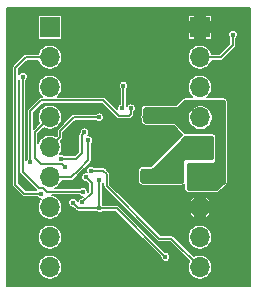
<source format=gbr>
G04 #@! TF.GenerationSoftware,KiCad,Pcbnew,(5.1.5)-3*
G04 #@! TF.CreationDate,2020-05-13T09:52:28+02:00*
G04 #@! TF.ProjectId,3D_Printer_Stepper_TMC2209,33445f50-7269-46e7-9465-725f53746570,rev?*
G04 #@! TF.SameCoordinates,Original*
G04 #@! TF.FileFunction,Copper,L2,Bot*
G04 #@! TF.FilePolarity,Positive*
%FSLAX46Y46*%
G04 Gerber Fmt 4.6, Leading zero omitted, Abs format (unit mm)*
G04 Created by KiCad (PCBNEW (5.1.5)-3) date 2020-05-13 09:52:28*
%MOMM*%
%LPD*%
G04 APERTURE LIST*
%ADD10C,0.500000*%
%ADD11C,0.100000*%
%ADD12O,1.700000X1.700000*%
%ADD13R,1.700000X1.700000*%
%ADD14C,0.450000*%
%ADD15C,0.800000*%
%ADD16C,0.200000*%
%ADD17C,0.254000*%
%ADD18C,0.127000*%
G04 APERTURE END LIST*
D10*
X30000000Y-31950000D03*
X30000000Y-32950000D03*
X30000000Y-33950000D03*
X29000000Y-31950000D03*
X29000000Y-32950000D03*
X29000000Y-33950000D03*
X28000000Y-31950000D03*
X28000000Y-32950000D03*
X28000000Y-33950000D03*
G04 #@! TA.AperFunction,Conductor*
D11*
G36*
X30024504Y-31701204D02*
G01*
X30048773Y-31704804D01*
X30072571Y-31710765D01*
X30095671Y-31719030D01*
X30117849Y-31729520D01*
X30138893Y-31742133D01*
X30158598Y-31756747D01*
X30176777Y-31773223D01*
X30193253Y-31791402D01*
X30207867Y-31811107D01*
X30220480Y-31832151D01*
X30230970Y-31854329D01*
X30239235Y-31877429D01*
X30245196Y-31901227D01*
X30248796Y-31925496D01*
X30250000Y-31950000D01*
X30250000Y-33950000D01*
X30248796Y-33974504D01*
X30245196Y-33998773D01*
X30239235Y-34022571D01*
X30230970Y-34045671D01*
X30220480Y-34067849D01*
X30207867Y-34088893D01*
X30193253Y-34108598D01*
X30176777Y-34126777D01*
X30158598Y-34143253D01*
X30138893Y-34157867D01*
X30117849Y-34170480D01*
X30095671Y-34180970D01*
X30072571Y-34189235D01*
X30048773Y-34195196D01*
X30024504Y-34198796D01*
X30000000Y-34200000D01*
X28000000Y-34200000D01*
X27975496Y-34198796D01*
X27951227Y-34195196D01*
X27927429Y-34189235D01*
X27904329Y-34180970D01*
X27882151Y-34170480D01*
X27861107Y-34157867D01*
X27841402Y-34143253D01*
X27823223Y-34126777D01*
X27806747Y-34108598D01*
X27792133Y-34088893D01*
X27779520Y-34067849D01*
X27769030Y-34045671D01*
X27760765Y-34022571D01*
X27754804Y-33998773D01*
X27751204Y-33974504D01*
X27750000Y-33950000D01*
X27750000Y-31950000D01*
X27751204Y-31925496D01*
X27754804Y-31901227D01*
X27760765Y-31877429D01*
X27769030Y-31854329D01*
X27779520Y-31832151D01*
X27792133Y-31811107D01*
X27806747Y-31791402D01*
X27823223Y-31773223D01*
X27841402Y-31756747D01*
X27861107Y-31742133D01*
X27882151Y-31729520D01*
X27904329Y-31719030D01*
X27927429Y-31710765D01*
X27951227Y-31704804D01*
X27975496Y-31701204D01*
X28000000Y-31700000D01*
X30000000Y-31700000D01*
X30024504Y-31701204D01*
G37*
G04 #@! TD.AperFunction*
D12*
X22860000Y-43180000D03*
X22860000Y-40640000D03*
X22860000Y-38100000D03*
X22860000Y-35560000D03*
X22860000Y-33020000D03*
X22860000Y-30480000D03*
X22860000Y-27940000D03*
X22860000Y-25400000D03*
D13*
X22860000Y-22860000D03*
X35560000Y-22860000D03*
D12*
X35560000Y-25400000D03*
X35560000Y-27940000D03*
X35560000Y-30480000D03*
X35560000Y-33020000D03*
X35560000Y-35560000D03*
X35560000Y-38100000D03*
X35560000Y-40640000D03*
X35560000Y-43180000D03*
D14*
X29083000Y-27813000D03*
X28956000Y-29715598D03*
X30353000Y-43688000D03*
X28448000Y-43688000D03*
X24384000Y-32893000D03*
D15*
X24511000Y-24003000D03*
X24511000Y-21971000D03*
X27686000Y-40894000D03*
X24193500Y-41402000D03*
D14*
X26162000Y-39751000D03*
D15*
X24384000Y-26797000D03*
X29210000Y-22860000D03*
X29210000Y-21717000D03*
D14*
X30734000Y-23368000D03*
X31496000Y-23368000D03*
X32258000Y-23368000D03*
X33020000Y-23368000D03*
X33782000Y-23368000D03*
X34163000Y-42545000D03*
D15*
X30734000Y-42418000D03*
X31750000Y-42418000D03*
D14*
X20955000Y-36322000D03*
X27178000Y-29718000D03*
X33401000Y-42545000D03*
X24828500Y-37719000D03*
X27051000Y-38167412D03*
X32639000Y-42291000D03*
X38354000Y-23495000D03*
X27051000Y-35814000D03*
X25600000Y-37680033D03*
X25908000Y-35560000D03*
X29718000Y-29718000D03*
X21209000Y-34290000D03*
X25781000Y-31750000D03*
X23814613Y-33970387D03*
X26110502Y-32425947D03*
X27027000Y-30480000D03*
X24130000Y-34671000D03*
X22098004Y-36957000D03*
X20574000Y-27051000D03*
X25654000Y-36791022D03*
D15*
X30988000Y-35433000D03*
X31115000Y-30480000D03*
D14*
X26352500Y-34988500D03*
D16*
X29083000Y-29646591D02*
X29013993Y-29715598D01*
X29083000Y-29715598D02*
X29083000Y-27813000D01*
X28956000Y-34669000D02*
X28956000Y-34798000D01*
X28956000Y-34798000D02*
X29083000Y-34925000D01*
X27051000Y-37849214D02*
X27051000Y-35814000D01*
X27051000Y-38167412D02*
X27051000Y-37849214D01*
X28515412Y-38167412D02*
X32639000Y-42291000D01*
X27051000Y-38167412D02*
X28515412Y-38167412D01*
X35560000Y-25400000D02*
X37338000Y-25400000D01*
X38354000Y-24384000D02*
X38354000Y-23495000D01*
X37338000Y-25400000D02*
X38354000Y-24384000D01*
X25276912Y-38167412D02*
X27051000Y-38167412D01*
X24828500Y-37719000D02*
X25276912Y-38167412D01*
X26416000Y-36864033D02*
X26416000Y-36068000D01*
X25600000Y-37680033D02*
X26416000Y-36864033D01*
X26416000Y-36830000D02*
X26416000Y-36068000D01*
X25908000Y-35560000D02*
X26144014Y-35769746D01*
X26416000Y-36041732D02*
X26416000Y-36068000D01*
X26144014Y-35769746D02*
X26416000Y-36041732D01*
X29718000Y-30226000D02*
X29718000Y-29718000D01*
X29591000Y-30353000D02*
X29718000Y-30226000D01*
X21209000Y-29972000D02*
X22134622Y-29046378D01*
X28702000Y-30353000D02*
X29591000Y-30353000D01*
X21209000Y-34290000D02*
X21209000Y-29972000D01*
X22134622Y-29046378D02*
X27395378Y-29046378D01*
X27395378Y-29046378D02*
X28702000Y-30353000D01*
X25781000Y-31750000D02*
X25556001Y-31974999D01*
X25556001Y-31974999D02*
X25556001Y-33498999D01*
X25084613Y-33970387D02*
X23814613Y-33970387D01*
X25556001Y-33498999D02*
X25084613Y-33970387D01*
X24671962Y-35560000D02*
X25306962Y-34925000D01*
X22860000Y-35560000D02*
X24671962Y-35560000D01*
X25306962Y-34925000D02*
X26110502Y-34121460D01*
X26110502Y-34121460D02*
X26110502Y-32425947D01*
X23709999Y-32170001D02*
X23709999Y-31662001D01*
X22860000Y-33020000D02*
X23709999Y-32170001D01*
X23709999Y-31662001D02*
X24892000Y-30480000D01*
X24892000Y-30480000D02*
X27027000Y-30480000D01*
X21590000Y-33909000D02*
X21971000Y-34290000D01*
X22860000Y-30480000D02*
X21590000Y-31750000D01*
X21590000Y-31750000D02*
X21590000Y-33909000D01*
X22127001Y-34446001D02*
X21971000Y-34290000D01*
X23905001Y-34446001D02*
X22127001Y-34446001D01*
X24130000Y-34671000D02*
X23905001Y-34446001D01*
X19939000Y-36195000D02*
X20701000Y-36957000D01*
X19939000Y-26289000D02*
X19939000Y-36195000D01*
X22860000Y-25400000D02*
X20828000Y-25400000D01*
X20701000Y-36957000D02*
X22098004Y-36957000D01*
X20828000Y-25400000D02*
X19939000Y-26289000D01*
X20574000Y-35145038D02*
X20574000Y-27051000D01*
X21933959Y-36504997D02*
X20574000Y-35145038D01*
X22314961Y-36504997D02*
X21933959Y-36504997D01*
X25654000Y-36791022D02*
X22600986Y-36791022D01*
X22600986Y-36791022D02*
X22314961Y-36504997D01*
X26217990Y-34925000D02*
X26281490Y-34988500D01*
X27368500Y-34988500D02*
X27431233Y-35051233D01*
X26281490Y-34988500D02*
X27368500Y-34988500D01*
X27686000Y-35306000D02*
X27368500Y-34988500D01*
X27686000Y-36322000D02*
X27686000Y-35306000D01*
X32131000Y-40767000D02*
X27686000Y-36322000D01*
X35560000Y-43180000D02*
X33147000Y-40767000D01*
X33147000Y-40767000D02*
X32131000Y-40767000D01*
D17*
G36*
X37545984Y-29090856D02*
G01*
X37568859Y-29106141D01*
X37584144Y-29129016D01*
X37592000Y-29168509D01*
X37592000Y-35960363D01*
X37582294Y-36003969D01*
X37555005Y-36039346D01*
X36939822Y-36551999D01*
X36908779Y-36569816D01*
X36873534Y-36576000D01*
X34629509Y-36576000D01*
X34590016Y-36568144D01*
X34567141Y-36552859D01*
X34551856Y-36529984D01*
X34544000Y-36490491D01*
X34544000Y-34502509D01*
X34551856Y-34463016D01*
X34567141Y-34440141D01*
X34590016Y-34424856D01*
X34629509Y-34417000D01*
X36630000Y-34417000D01*
X36654776Y-34414560D01*
X36731313Y-34399336D01*
X36755138Y-34392109D01*
X36777095Y-34380372D01*
X36841979Y-34337017D01*
X36861224Y-34321223D01*
X36877017Y-34301979D01*
X36920372Y-34237095D01*
X36932108Y-34215139D01*
X36939336Y-34191313D01*
X36954560Y-34114776D01*
X36957000Y-34090000D01*
X36957000Y-32077000D01*
X36954560Y-32052224D01*
X36939336Y-31975687D01*
X36932109Y-31951862D01*
X36920372Y-31929905D01*
X36877017Y-31865021D01*
X36861223Y-31845776D01*
X36841979Y-31829983D01*
X36777095Y-31786628D01*
X36755139Y-31774892D01*
X36731313Y-31767664D01*
X36654776Y-31752440D01*
X36630000Y-31750000D01*
X34385352Y-31750000D01*
X34345858Y-31742144D01*
X34312382Y-31719776D01*
X33549382Y-30956776D01*
X33530137Y-30940983D01*
X33465252Y-30897628D01*
X33443295Y-30885891D01*
X33419470Y-30878664D01*
X33342933Y-30863440D01*
X33318157Y-30861000D01*
X30946509Y-30861000D01*
X30907016Y-30853144D01*
X30884141Y-30837859D01*
X30868856Y-30814984D01*
X30861000Y-30775491D01*
X30861000Y-30371265D01*
X34456000Y-30371265D01*
X34456000Y-30588735D01*
X34498426Y-30802025D01*
X34581648Y-31002940D01*
X34702467Y-31183759D01*
X34856241Y-31337533D01*
X35037060Y-31458352D01*
X35237975Y-31541574D01*
X35451265Y-31584000D01*
X35668735Y-31584000D01*
X35882025Y-31541574D01*
X36082940Y-31458352D01*
X36263759Y-31337533D01*
X36417533Y-31183759D01*
X36538352Y-31002940D01*
X36621574Y-30802025D01*
X36664000Y-30588735D01*
X36664000Y-30371265D01*
X36621574Y-30157975D01*
X36538352Y-29957060D01*
X36417533Y-29776241D01*
X36263759Y-29622467D01*
X36082940Y-29501648D01*
X35882025Y-29418426D01*
X35668735Y-29376000D01*
X35451265Y-29376000D01*
X35237975Y-29418426D01*
X35037060Y-29501648D01*
X34856241Y-29622467D01*
X34702467Y-29776241D01*
X34581648Y-29957060D01*
X34498426Y-30157975D01*
X34456000Y-30371265D01*
X30861000Y-30371265D01*
X30861000Y-29803509D01*
X30868856Y-29764016D01*
X30884141Y-29741141D01*
X30907016Y-29725856D01*
X30946509Y-29718000D01*
X33572157Y-29718000D01*
X33596933Y-29715560D01*
X33673470Y-29700336D01*
X33697295Y-29693109D01*
X33719252Y-29681372D01*
X33784137Y-29638017D01*
X33803382Y-29622224D01*
X34312382Y-29113224D01*
X34345858Y-29090856D01*
X34385352Y-29083000D01*
X37506491Y-29083000D01*
X37545984Y-29090856D01*
G37*
X37545984Y-29090856D02*
X37568859Y-29106141D01*
X37584144Y-29129016D01*
X37592000Y-29168509D01*
X37592000Y-35960363D01*
X37582294Y-36003969D01*
X37555005Y-36039346D01*
X36939822Y-36551999D01*
X36908779Y-36569816D01*
X36873534Y-36576000D01*
X34629509Y-36576000D01*
X34590016Y-36568144D01*
X34567141Y-36552859D01*
X34551856Y-36529984D01*
X34544000Y-36490491D01*
X34544000Y-34502509D01*
X34551856Y-34463016D01*
X34567141Y-34440141D01*
X34590016Y-34424856D01*
X34629509Y-34417000D01*
X36630000Y-34417000D01*
X36654776Y-34414560D01*
X36731313Y-34399336D01*
X36755138Y-34392109D01*
X36777095Y-34380372D01*
X36841979Y-34337017D01*
X36861224Y-34321223D01*
X36877017Y-34301979D01*
X36920372Y-34237095D01*
X36932108Y-34215139D01*
X36939336Y-34191313D01*
X36954560Y-34114776D01*
X36957000Y-34090000D01*
X36957000Y-32077000D01*
X36954560Y-32052224D01*
X36939336Y-31975687D01*
X36932109Y-31951862D01*
X36920372Y-31929905D01*
X36877017Y-31865021D01*
X36861223Y-31845776D01*
X36841979Y-31829983D01*
X36777095Y-31786628D01*
X36755139Y-31774892D01*
X36731313Y-31767664D01*
X36654776Y-31752440D01*
X36630000Y-31750000D01*
X34385352Y-31750000D01*
X34345858Y-31742144D01*
X34312382Y-31719776D01*
X33549382Y-30956776D01*
X33530137Y-30940983D01*
X33465252Y-30897628D01*
X33443295Y-30885891D01*
X33419470Y-30878664D01*
X33342933Y-30863440D01*
X33318157Y-30861000D01*
X30946509Y-30861000D01*
X30907016Y-30853144D01*
X30884141Y-30837859D01*
X30868856Y-30814984D01*
X30861000Y-30775491D01*
X30861000Y-30371265D01*
X34456000Y-30371265D01*
X34456000Y-30588735D01*
X34498426Y-30802025D01*
X34581648Y-31002940D01*
X34702467Y-31183759D01*
X34856241Y-31337533D01*
X35037060Y-31458352D01*
X35237975Y-31541574D01*
X35451265Y-31584000D01*
X35668735Y-31584000D01*
X35882025Y-31541574D01*
X36082940Y-31458352D01*
X36263759Y-31337533D01*
X36417533Y-31183759D01*
X36538352Y-31002940D01*
X36621574Y-30802025D01*
X36664000Y-30588735D01*
X36664000Y-30371265D01*
X36621574Y-30157975D01*
X36538352Y-29957060D01*
X36417533Y-29776241D01*
X36263759Y-29622467D01*
X36082940Y-29501648D01*
X35882025Y-29418426D01*
X35668735Y-29376000D01*
X35451265Y-29376000D01*
X35237975Y-29418426D01*
X35037060Y-29501648D01*
X34856241Y-29622467D01*
X34702467Y-29776241D01*
X34581648Y-29957060D01*
X34498426Y-30157975D01*
X34456000Y-30371265D01*
X30861000Y-30371265D01*
X30861000Y-29803509D01*
X30868856Y-29764016D01*
X30884141Y-29741141D01*
X30907016Y-29725856D01*
X30946509Y-29718000D01*
X33572157Y-29718000D01*
X33596933Y-29715560D01*
X33673470Y-29700336D01*
X33697295Y-29693109D01*
X33719252Y-29681372D01*
X33784137Y-29638017D01*
X33803382Y-29622224D01*
X34312382Y-29113224D01*
X34345858Y-29090856D01*
X34385352Y-29083000D01*
X37506491Y-29083000D01*
X37545984Y-29090856D01*
G36*
X36529984Y-32138856D02*
G01*
X36552859Y-32154141D01*
X36568144Y-32177016D01*
X36576000Y-32216509D01*
X36576000Y-33823491D01*
X36568144Y-33862984D01*
X36552859Y-33885859D01*
X36529984Y-33901144D01*
X36490491Y-33909000D01*
X34363000Y-33909000D01*
X34338224Y-33911440D01*
X34261687Y-33926664D01*
X34237862Y-33933891D01*
X34215905Y-33945628D01*
X34151021Y-33988983D01*
X34131776Y-34004777D01*
X34115983Y-34024021D01*
X34072628Y-34088905D01*
X34060892Y-34110861D01*
X34053664Y-34134687D01*
X34038440Y-34211224D01*
X34036000Y-34236000D01*
X34036000Y-35855491D01*
X34028144Y-35894984D01*
X34012859Y-35917859D01*
X33989984Y-35933144D01*
X33950491Y-35941000D01*
X30692509Y-35941000D01*
X30653016Y-35933144D01*
X30630141Y-35917859D01*
X30614856Y-35894984D01*
X30607000Y-35855491D01*
X30607000Y-35010509D01*
X30614856Y-34971016D01*
X30630141Y-34948141D01*
X30653016Y-34932856D01*
X30692509Y-34925000D01*
X31413157Y-34925000D01*
X31437933Y-34922560D01*
X31514470Y-34907336D01*
X31538295Y-34900109D01*
X31560252Y-34888372D01*
X31625137Y-34845017D01*
X31644382Y-34829224D01*
X34312382Y-32161224D01*
X34345858Y-32138856D01*
X34385352Y-32131000D01*
X36490491Y-32131000D01*
X36529984Y-32138856D01*
G37*
X36529984Y-32138856D02*
X36552859Y-32154141D01*
X36568144Y-32177016D01*
X36576000Y-32216509D01*
X36576000Y-33823491D01*
X36568144Y-33862984D01*
X36552859Y-33885859D01*
X36529984Y-33901144D01*
X36490491Y-33909000D01*
X34363000Y-33909000D01*
X34338224Y-33911440D01*
X34261687Y-33926664D01*
X34237862Y-33933891D01*
X34215905Y-33945628D01*
X34151021Y-33988983D01*
X34131776Y-34004777D01*
X34115983Y-34024021D01*
X34072628Y-34088905D01*
X34060892Y-34110861D01*
X34053664Y-34134687D01*
X34038440Y-34211224D01*
X34036000Y-34236000D01*
X34036000Y-35855491D01*
X34028144Y-35894984D01*
X34012859Y-35917859D01*
X33989984Y-35933144D01*
X33950491Y-35941000D01*
X30692509Y-35941000D01*
X30653016Y-35933144D01*
X30630141Y-35917859D01*
X30614856Y-35894984D01*
X30607000Y-35855491D01*
X30607000Y-35010509D01*
X30614856Y-34971016D01*
X30630141Y-34948141D01*
X30653016Y-34932856D01*
X30692509Y-34925000D01*
X31413157Y-34925000D01*
X31437933Y-34922560D01*
X31514470Y-34907336D01*
X31538295Y-34900109D01*
X31560252Y-34888372D01*
X31625137Y-34845017D01*
X31644382Y-34829224D01*
X34312382Y-32161224D01*
X34345858Y-32138856D01*
X34385352Y-32131000D01*
X36490491Y-32131000D01*
X36529984Y-32138856D01*
D18*
G36*
X39784501Y-44784500D02*
G01*
X19215500Y-44784500D01*
X19215500Y-43077520D01*
X21819500Y-43077520D01*
X21819500Y-43282480D01*
X21859485Y-43483503D01*
X21937920Y-43672862D01*
X22051791Y-43843280D01*
X22196720Y-43988209D01*
X22367138Y-44102080D01*
X22556497Y-44180515D01*
X22757520Y-44220500D01*
X22962480Y-44220500D01*
X23163503Y-44180515D01*
X23352862Y-44102080D01*
X23523280Y-43988209D01*
X23668209Y-43843280D01*
X23782080Y-43672862D01*
X23860515Y-43483503D01*
X23900500Y-43282480D01*
X23900500Y-43077520D01*
X23860515Y-42876497D01*
X23782080Y-42687138D01*
X23668209Y-42516720D01*
X23523280Y-42371791D01*
X23352862Y-42257920D01*
X23163503Y-42179485D01*
X22962480Y-42139500D01*
X22757520Y-42139500D01*
X22556497Y-42179485D01*
X22367138Y-42257920D01*
X22196720Y-42371791D01*
X22051791Y-42516720D01*
X21937920Y-42687138D01*
X21859485Y-42876497D01*
X21819500Y-43077520D01*
X19215500Y-43077520D01*
X19215500Y-40537520D01*
X21819500Y-40537520D01*
X21819500Y-40742480D01*
X21859485Y-40943503D01*
X21937920Y-41132862D01*
X22051791Y-41303280D01*
X22196720Y-41448209D01*
X22367138Y-41562080D01*
X22556497Y-41640515D01*
X22757520Y-41680500D01*
X22962480Y-41680500D01*
X23163503Y-41640515D01*
X23352862Y-41562080D01*
X23523280Y-41448209D01*
X23668209Y-41303280D01*
X23782080Y-41132862D01*
X23860515Y-40943503D01*
X23900500Y-40742480D01*
X23900500Y-40537520D01*
X23860515Y-40336497D01*
X23782080Y-40147138D01*
X23668209Y-39976720D01*
X23523280Y-39831791D01*
X23352862Y-39717920D01*
X23163503Y-39639485D01*
X22962480Y-39599500D01*
X22757520Y-39599500D01*
X22556497Y-39639485D01*
X22367138Y-39717920D01*
X22196720Y-39831791D01*
X22051791Y-39976720D01*
X21937920Y-40147138D01*
X21859485Y-40336497D01*
X21819500Y-40537520D01*
X19215500Y-40537520D01*
X19215500Y-26289000D01*
X19647096Y-26289000D01*
X19648500Y-26303257D01*
X19648501Y-36180733D01*
X19647096Y-36195000D01*
X19652704Y-36251947D01*
X19669316Y-36306707D01*
X19696290Y-36357173D01*
X19723499Y-36390327D01*
X19732593Y-36401408D01*
X19743674Y-36410502D01*
X20485498Y-37152327D01*
X20494592Y-37163408D01*
X20505672Y-37172501D01*
X20538826Y-37199710D01*
X20589292Y-37226685D01*
X20644052Y-37243296D01*
X20701000Y-37248905D01*
X20715265Y-37247500D01*
X21800898Y-37247500D01*
X21833138Y-37279740D01*
X21901191Y-37325211D01*
X21976807Y-37356532D01*
X22057081Y-37372500D01*
X22116011Y-37372500D01*
X22051791Y-37436720D01*
X21937920Y-37607138D01*
X21859485Y-37796497D01*
X21819500Y-37997520D01*
X21819500Y-38202480D01*
X21859485Y-38403503D01*
X21937920Y-38592862D01*
X22051791Y-38763280D01*
X22196720Y-38908209D01*
X22367138Y-39022080D01*
X22556497Y-39100515D01*
X22757520Y-39140500D01*
X22962480Y-39140500D01*
X23163503Y-39100515D01*
X23352862Y-39022080D01*
X23523280Y-38908209D01*
X23668209Y-38763280D01*
X23782080Y-38592862D01*
X23860515Y-38403503D01*
X23900500Y-38202480D01*
X23900500Y-37997520D01*
X23860515Y-37796497D01*
X23782080Y-37607138D01*
X23668209Y-37436720D01*
X23523280Y-37291791D01*
X23352862Y-37177920D01*
X23163503Y-37099485D01*
X23073195Y-37081522D01*
X25356894Y-37081522D01*
X25389134Y-37113762D01*
X25457187Y-37159233D01*
X25532803Y-37190554D01*
X25613077Y-37206522D01*
X25662683Y-37206522D01*
X25604672Y-37264533D01*
X25559077Y-37264533D01*
X25478803Y-37280501D01*
X25403187Y-37311822D01*
X25335134Y-37357293D01*
X25277260Y-37415167D01*
X25231789Y-37483220D01*
X25206180Y-37545047D01*
X25196711Y-37522187D01*
X25151240Y-37454134D01*
X25093366Y-37396260D01*
X25025313Y-37350789D01*
X24949697Y-37319468D01*
X24869423Y-37303500D01*
X24787577Y-37303500D01*
X24707303Y-37319468D01*
X24631687Y-37350789D01*
X24563634Y-37396260D01*
X24505760Y-37454134D01*
X24460289Y-37522187D01*
X24428968Y-37597803D01*
X24413000Y-37678077D01*
X24413000Y-37759923D01*
X24428968Y-37840197D01*
X24460289Y-37915813D01*
X24505760Y-37983866D01*
X24563634Y-38041740D01*
X24631687Y-38087211D01*
X24707303Y-38118532D01*
X24787577Y-38134500D01*
X24833172Y-38134500D01*
X25061410Y-38362739D01*
X25070504Y-38373820D01*
X25114738Y-38410122D01*
X25165205Y-38437097D01*
X25219964Y-38453708D01*
X25262647Y-38457912D01*
X25262656Y-38457912D01*
X25276911Y-38459316D01*
X25291166Y-38457912D01*
X26753894Y-38457912D01*
X26786134Y-38490152D01*
X26854187Y-38535623D01*
X26929803Y-38566944D01*
X27010077Y-38582912D01*
X27091923Y-38582912D01*
X27172197Y-38566944D01*
X27247813Y-38535623D01*
X27315866Y-38490152D01*
X27348106Y-38457912D01*
X28395084Y-38457912D01*
X32223500Y-42286329D01*
X32223500Y-42331923D01*
X32239468Y-42412197D01*
X32270789Y-42487813D01*
X32316260Y-42555866D01*
X32374134Y-42613740D01*
X32442187Y-42659211D01*
X32517803Y-42690532D01*
X32598077Y-42706500D01*
X32679923Y-42706500D01*
X32760197Y-42690532D01*
X32835813Y-42659211D01*
X32903866Y-42613740D01*
X32961740Y-42555866D01*
X33007211Y-42487813D01*
X33038532Y-42412197D01*
X33054500Y-42331923D01*
X33054500Y-42250077D01*
X33038532Y-42169803D01*
X33007211Y-42094187D01*
X32961740Y-42026134D01*
X32903866Y-41968260D01*
X32835813Y-41922789D01*
X32760197Y-41891468D01*
X32679923Y-41875500D01*
X32634329Y-41875500D01*
X28730918Y-37972090D01*
X28721820Y-37961004D01*
X28677586Y-37924702D01*
X28627119Y-37897727D01*
X28572360Y-37881116D01*
X28529677Y-37876912D01*
X28529669Y-37876912D01*
X28515412Y-37875508D01*
X28501155Y-37876912D01*
X27348106Y-37876912D01*
X27341500Y-37870306D01*
X27341500Y-36111106D01*
X27373740Y-36078866D01*
X27395500Y-36046299D01*
X27395500Y-36307743D01*
X27394096Y-36322000D01*
X27395500Y-36336257D01*
X27395500Y-36336264D01*
X27399704Y-36378947D01*
X27416315Y-36433706D01*
X27443290Y-36484173D01*
X27479592Y-36528408D01*
X27490678Y-36537506D01*
X31915498Y-40962327D01*
X31924592Y-40973408D01*
X31968826Y-41009710D01*
X32019293Y-41036685D01*
X32074052Y-41053296D01*
X32116735Y-41057500D01*
X32116742Y-41057500D01*
X32130999Y-41058904D01*
X32145256Y-41057500D01*
X33026672Y-41057500D01*
X34645286Y-42676114D01*
X34637920Y-42687138D01*
X34559485Y-42876497D01*
X34519500Y-43077520D01*
X34519500Y-43282480D01*
X34559485Y-43483503D01*
X34637920Y-43672862D01*
X34751791Y-43843280D01*
X34896720Y-43988209D01*
X35067138Y-44102080D01*
X35256497Y-44180515D01*
X35457520Y-44220500D01*
X35662480Y-44220500D01*
X35863503Y-44180515D01*
X36052862Y-44102080D01*
X36223280Y-43988209D01*
X36368209Y-43843280D01*
X36482080Y-43672862D01*
X36560515Y-43483503D01*
X36600500Y-43282480D01*
X36600500Y-43077520D01*
X36560515Y-42876497D01*
X36482080Y-42687138D01*
X36368209Y-42516720D01*
X36223280Y-42371791D01*
X36052862Y-42257920D01*
X35863503Y-42179485D01*
X35662480Y-42139500D01*
X35457520Y-42139500D01*
X35256497Y-42179485D01*
X35067138Y-42257920D01*
X35056114Y-42265286D01*
X33362506Y-40571678D01*
X33353408Y-40560592D01*
X33325295Y-40537520D01*
X34519500Y-40537520D01*
X34519500Y-40742480D01*
X34559485Y-40943503D01*
X34637920Y-41132862D01*
X34751791Y-41303280D01*
X34896720Y-41448209D01*
X35067138Y-41562080D01*
X35256497Y-41640515D01*
X35457520Y-41680500D01*
X35662480Y-41680500D01*
X35863503Y-41640515D01*
X36052862Y-41562080D01*
X36223280Y-41448209D01*
X36368209Y-41303280D01*
X36482080Y-41132862D01*
X36560515Y-40943503D01*
X36600500Y-40742480D01*
X36600500Y-40537520D01*
X36560515Y-40336497D01*
X36482080Y-40147138D01*
X36368209Y-39976720D01*
X36223280Y-39831791D01*
X36052862Y-39717920D01*
X35863503Y-39639485D01*
X35662480Y-39599500D01*
X35457520Y-39599500D01*
X35256497Y-39639485D01*
X35067138Y-39717920D01*
X34896720Y-39831791D01*
X34751791Y-39976720D01*
X34637920Y-40147138D01*
X34559485Y-40336497D01*
X34519500Y-40537520D01*
X33325295Y-40537520D01*
X33309174Y-40524290D01*
X33258707Y-40497315D01*
X33203948Y-40480704D01*
X33161265Y-40476500D01*
X33161257Y-40476500D01*
X33147000Y-40475096D01*
X33132743Y-40476500D01*
X32251329Y-40476500D01*
X30311329Y-38536500D01*
X34668222Y-38536500D01*
X34695397Y-38678881D01*
X34823558Y-38835080D01*
X34981115Y-38964628D01*
X35123500Y-38996916D01*
X35123500Y-38536500D01*
X35996500Y-38536500D01*
X35996500Y-38996916D01*
X36138885Y-38964628D01*
X36296442Y-38835080D01*
X36424603Y-38678881D01*
X36451778Y-38536500D01*
X35996500Y-38536500D01*
X35123500Y-38536500D01*
X34668222Y-38536500D01*
X30311329Y-38536500D01*
X29438329Y-37663500D01*
X34668222Y-37663500D01*
X35123500Y-37663500D01*
X35996500Y-37663500D01*
X36451778Y-37663500D01*
X36424603Y-37521119D01*
X36296442Y-37364920D01*
X36138885Y-37235372D01*
X35996500Y-37203084D01*
X35996500Y-37663500D01*
X35123500Y-37663500D01*
X35123500Y-37203084D01*
X34981115Y-37235372D01*
X34823558Y-37364920D01*
X34695397Y-37521119D01*
X34668222Y-37663500D01*
X29438329Y-37663500D01*
X27976500Y-36201672D01*
X27976500Y-35320265D01*
X27977905Y-35306000D01*
X27972296Y-35249052D01*
X27955685Y-35194292D01*
X27928710Y-35143826D01*
X27901501Y-35110672D01*
X27892408Y-35099592D01*
X27881327Y-35090498D01*
X27788829Y-34998000D01*
X30289500Y-34998000D01*
X30289500Y-35868000D01*
X30293160Y-35905164D01*
X30308384Y-35981701D01*
X30319226Y-36017440D01*
X30336830Y-36050375D01*
X30380185Y-36115259D01*
X30403874Y-36144124D01*
X30432741Y-36167815D01*
X30497625Y-36211170D01*
X30530562Y-36228775D01*
X30566299Y-36239616D01*
X30642836Y-36254840D01*
X30680000Y-36258500D01*
X33963000Y-36258500D01*
X34000164Y-36254840D01*
X34076701Y-36239616D01*
X34112440Y-36228774D01*
X34145375Y-36211170D01*
X34210259Y-36167815D01*
X34226500Y-36154486D01*
X34226500Y-36503000D01*
X34230160Y-36540164D01*
X34245384Y-36616701D01*
X34256226Y-36652440D01*
X34273830Y-36685375D01*
X34317185Y-36750259D01*
X34340874Y-36779124D01*
X34369741Y-36802815D01*
X34434625Y-36846170D01*
X34467562Y-36863775D01*
X34503299Y-36874616D01*
X34579836Y-36889840D01*
X34617000Y-36893500D01*
X36884590Y-36893500D01*
X36917512Y-36890634D01*
X36985597Y-36878688D01*
X37013450Y-36871600D01*
X37047504Y-36856274D01*
X37107456Y-36821864D01*
X37134582Y-36802990D01*
X37768992Y-36274315D01*
X37797875Y-36244323D01*
X37850956Y-36175510D01*
X37874420Y-36136027D01*
X37886067Y-36100545D01*
X37904949Y-36015714D01*
X37909500Y-35974325D01*
X37909500Y-29156000D01*
X37905840Y-29118836D01*
X37890616Y-29042299D01*
X37879774Y-29006560D01*
X37862170Y-28973625D01*
X37818815Y-28908741D01*
X37795126Y-28879876D01*
X37766259Y-28856185D01*
X37701375Y-28812830D01*
X37668438Y-28795225D01*
X37632701Y-28784384D01*
X37556164Y-28769160D01*
X37519000Y-28765500D01*
X36197402Y-28765500D01*
X36223280Y-28748209D01*
X36368209Y-28603280D01*
X36482080Y-28432862D01*
X36560515Y-28243503D01*
X36600500Y-28042480D01*
X36600500Y-27837520D01*
X36560515Y-27636497D01*
X36482080Y-27447138D01*
X36368209Y-27276720D01*
X36223280Y-27131791D01*
X36052862Y-27017920D01*
X35863503Y-26939485D01*
X35662480Y-26899500D01*
X35457520Y-26899500D01*
X35256497Y-26939485D01*
X35067138Y-27017920D01*
X34896720Y-27131791D01*
X34751791Y-27276720D01*
X34637920Y-27447138D01*
X34559485Y-27636497D01*
X34519500Y-27837520D01*
X34519500Y-28042480D01*
X34559485Y-28243503D01*
X34637920Y-28432862D01*
X34751791Y-28603280D01*
X34896720Y-28748209D01*
X34922598Y-28765500D01*
X34372843Y-28765500D01*
X34335679Y-28769160D01*
X34259142Y-28784384D01*
X34223404Y-28795225D01*
X34190469Y-28812829D01*
X34125584Y-28856184D01*
X34096717Y-28879875D01*
X33592143Y-29384449D01*
X33574364Y-29396329D01*
X33553393Y-29400500D01*
X30934000Y-29400500D01*
X30896836Y-29404160D01*
X30820299Y-29419384D01*
X30784560Y-29430226D01*
X30751625Y-29447830D01*
X30686741Y-29491185D01*
X30657876Y-29514874D01*
X30634185Y-29543741D01*
X30590830Y-29608625D01*
X30573225Y-29641562D01*
X30562384Y-29677299D01*
X30547160Y-29753836D01*
X30543500Y-29791000D01*
X30543500Y-30326324D01*
X30524500Y-30421841D01*
X30524500Y-30538159D01*
X30543500Y-30633676D01*
X30543500Y-30788000D01*
X30547160Y-30825164D01*
X30562384Y-30901701D01*
X30573226Y-30937440D01*
X30590830Y-30970375D01*
X30634185Y-31035259D01*
X30657874Y-31064124D01*
X30686741Y-31087815D01*
X30751625Y-31131170D01*
X30784562Y-31148775D01*
X30820299Y-31159616D01*
X30896836Y-31174840D01*
X30934000Y-31178500D01*
X33299393Y-31178500D01*
X33320364Y-31182671D01*
X33338143Y-31194551D01*
X34084092Y-31940500D01*
X31433143Y-34591449D01*
X31415364Y-34603329D01*
X31394393Y-34607500D01*
X30680000Y-34607500D01*
X30642836Y-34611160D01*
X30566299Y-34626384D01*
X30530560Y-34637226D01*
X30497625Y-34654830D01*
X30432741Y-34698185D01*
X30403876Y-34721874D01*
X30380185Y-34750741D01*
X30336830Y-34815625D01*
X30319225Y-34848562D01*
X30308384Y-34884299D01*
X30293160Y-34960836D01*
X30289500Y-34998000D01*
X27788829Y-34998000D01*
X27584006Y-34793178D01*
X27574908Y-34782092D01*
X27530674Y-34745790D01*
X27480207Y-34718815D01*
X27425448Y-34702204D01*
X27382765Y-34698000D01*
X27382757Y-34698000D01*
X27368500Y-34696596D01*
X27354243Y-34698000D01*
X26649606Y-34698000D01*
X26617366Y-34665760D01*
X26549313Y-34620289D01*
X26473697Y-34588968D01*
X26393423Y-34573000D01*
X26311577Y-34573000D01*
X26231303Y-34588968D01*
X26155687Y-34620289D01*
X26091196Y-34663380D01*
X26055817Y-34682290D01*
X26011582Y-34718592D01*
X25975280Y-34762827D01*
X25948306Y-34813293D01*
X25931694Y-34868053D01*
X25926086Y-34925000D01*
X25931694Y-34981947D01*
X25937000Y-34999438D01*
X25937000Y-35029423D01*
X25952968Y-35109697D01*
X25969041Y-35148502D01*
X25948923Y-35144500D01*
X25867077Y-35144500D01*
X25786803Y-35160468D01*
X25711187Y-35191789D01*
X25643134Y-35237260D01*
X25585260Y-35295134D01*
X25539789Y-35363187D01*
X25508468Y-35438803D01*
X25492500Y-35519077D01*
X25492500Y-35600923D01*
X25508468Y-35681197D01*
X25539789Y-35756813D01*
X25585260Y-35824866D01*
X25643134Y-35882740D01*
X25711187Y-35928211D01*
X25786803Y-35959532D01*
X25867077Y-35975500D01*
X25938225Y-35975500D01*
X25944648Y-35981208D01*
X26125501Y-36162062D01*
X26125501Y-36464685D01*
X26125500Y-36743704D01*
X26069500Y-36799704D01*
X26069500Y-36750099D01*
X26053532Y-36669825D01*
X26022211Y-36594209D01*
X25976740Y-36526156D01*
X25918866Y-36468282D01*
X25850813Y-36422811D01*
X25775197Y-36391490D01*
X25694923Y-36375522D01*
X25613077Y-36375522D01*
X25532803Y-36391490D01*
X25457187Y-36422811D01*
X25389134Y-36468282D01*
X25356894Y-36500522D01*
X23308339Y-36500522D01*
X23352862Y-36482080D01*
X23523280Y-36368209D01*
X23668209Y-36223280D01*
X23782080Y-36052862D01*
X23860515Y-35863503D01*
X23863101Y-35850500D01*
X24657705Y-35850500D01*
X24671962Y-35851904D01*
X24686219Y-35850500D01*
X24686227Y-35850500D01*
X24728910Y-35846296D01*
X24783669Y-35829685D01*
X24834136Y-35802710D01*
X24878370Y-35766408D01*
X24887468Y-35755322D01*
X25522463Y-35120328D01*
X25522467Y-35120323D01*
X26305830Y-34336961D01*
X26316634Y-34328094D01*
X27885657Y-34328094D01*
X27914932Y-34384379D01*
X28001310Y-34392629D01*
X28085068Y-34384379D01*
X28114343Y-34328094D01*
X28885657Y-34328094D01*
X28914932Y-34384379D01*
X29001310Y-34392629D01*
X29085068Y-34384379D01*
X29114343Y-34328094D01*
X29885657Y-34328094D01*
X29914932Y-34384379D01*
X30001310Y-34392629D01*
X30085068Y-34384379D01*
X30114343Y-34328094D01*
X30000000Y-34213751D01*
X29885657Y-34328094D01*
X29114343Y-34328094D01*
X29000000Y-34213751D01*
X28885657Y-34328094D01*
X28114343Y-34328094D01*
X28000000Y-34213751D01*
X27885657Y-34328094D01*
X26316634Y-34328094D01*
X26316910Y-34327868D01*
X26353212Y-34283634D01*
X26380187Y-34233167D01*
X26396798Y-34178408D01*
X26401002Y-34135725D01*
X26401002Y-34135718D01*
X26402406Y-34121461D01*
X26401002Y-34107204D01*
X26401002Y-33951310D01*
X27557371Y-33951310D01*
X27565621Y-34035068D01*
X27621906Y-34064343D01*
X27736249Y-33950000D01*
X28263751Y-33950000D01*
X28378094Y-34064343D01*
X28434379Y-34035068D01*
X28442378Y-33951310D01*
X28557371Y-33951310D01*
X28565621Y-34035068D01*
X28621906Y-34064343D01*
X28736249Y-33950000D01*
X29263751Y-33950000D01*
X29378094Y-34064343D01*
X29434379Y-34035068D01*
X29442378Y-33951310D01*
X29557371Y-33951310D01*
X29565621Y-34035068D01*
X29621906Y-34064343D01*
X29736249Y-33950000D01*
X30263751Y-33950000D01*
X30378094Y-34064343D01*
X30434379Y-34035068D01*
X30442629Y-33948690D01*
X30434379Y-33864932D01*
X30378094Y-33835657D01*
X30263751Y-33950000D01*
X29736249Y-33950000D01*
X29621906Y-33835657D01*
X29565621Y-33864932D01*
X29557371Y-33951310D01*
X29442378Y-33951310D01*
X29442629Y-33948690D01*
X29434379Y-33864932D01*
X29378094Y-33835657D01*
X29263751Y-33950000D01*
X28736249Y-33950000D01*
X28621906Y-33835657D01*
X28565621Y-33864932D01*
X28557371Y-33951310D01*
X28442378Y-33951310D01*
X28442629Y-33948690D01*
X28434379Y-33864932D01*
X28378094Y-33835657D01*
X28263751Y-33950000D01*
X27736249Y-33950000D01*
X27621906Y-33835657D01*
X27565621Y-33864932D01*
X27557371Y-33951310D01*
X26401002Y-33951310D01*
X26401002Y-33571906D01*
X27885657Y-33571906D01*
X28000000Y-33686249D01*
X28114343Y-33571906D01*
X28885657Y-33571906D01*
X29000000Y-33686249D01*
X29114343Y-33571906D01*
X29885657Y-33571906D01*
X30000000Y-33686249D01*
X30114343Y-33571906D01*
X30085068Y-33515621D01*
X29998690Y-33507371D01*
X29914932Y-33515621D01*
X29885657Y-33571906D01*
X29114343Y-33571906D01*
X29085068Y-33515621D01*
X28998690Y-33507371D01*
X28914932Y-33515621D01*
X28885657Y-33571906D01*
X28114343Y-33571906D01*
X28085068Y-33515621D01*
X27998690Y-33507371D01*
X27914932Y-33515621D01*
X27885657Y-33571906D01*
X26401002Y-33571906D01*
X26401002Y-33328094D01*
X27885657Y-33328094D01*
X27914932Y-33384379D01*
X28001310Y-33392629D01*
X28085068Y-33384379D01*
X28114343Y-33328094D01*
X28885657Y-33328094D01*
X28914932Y-33384379D01*
X29001310Y-33392629D01*
X29085068Y-33384379D01*
X29114343Y-33328094D01*
X29885657Y-33328094D01*
X29914932Y-33384379D01*
X30001310Y-33392629D01*
X30085068Y-33384379D01*
X30114343Y-33328094D01*
X30000000Y-33213751D01*
X29885657Y-33328094D01*
X29114343Y-33328094D01*
X29000000Y-33213751D01*
X28885657Y-33328094D01*
X28114343Y-33328094D01*
X28000000Y-33213751D01*
X27885657Y-33328094D01*
X26401002Y-33328094D01*
X26401002Y-32951310D01*
X27557371Y-32951310D01*
X27565621Y-33035068D01*
X27621906Y-33064343D01*
X27736249Y-32950000D01*
X28263751Y-32950000D01*
X28378094Y-33064343D01*
X28434379Y-33035068D01*
X28442378Y-32951310D01*
X28557371Y-32951310D01*
X28565621Y-33035068D01*
X28621906Y-33064343D01*
X28736249Y-32950000D01*
X29263751Y-32950000D01*
X29378094Y-33064343D01*
X29434379Y-33035068D01*
X29442378Y-32951310D01*
X29557371Y-32951310D01*
X29565621Y-33035068D01*
X29621906Y-33064343D01*
X29736249Y-32950000D01*
X30263751Y-32950000D01*
X30378094Y-33064343D01*
X30434379Y-33035068D01*
X30442629Y-32948690D01*
X30434379Y-32864932D01*
X30378094Y-32835657D01*
X30263751Y-32950000D01*
X29736249Y-32950000D01*
X29621906Y-32835657D01*
X29565621Y-32864932D01*
X29557371Y-32951310D01*
X29442378Y-32951310D01*
X29442629Y-32948690D01*
X29434379Y-32864932D01*
X29378094Y-32835657D01*
X29263751Y-32950000D01*
X28736249Y-32950000D01*
X28621906Y-32835657D01*
X28565621Y-32864932D01*
X28557371Y-32951310D01*
X28442378Y-32951310D01*
X28442629Y-32948690D01*
X28434379Y-32864932D01*
X28378094Y-32835657D01*
X28263751Y-32950000D01*
X27736249Y-32950000D01*
X27621906Y-32835657D01*
X27565621Y-32864932D01*
X27557371Y-32951310D01*
X26401002Y-32951310D01*
X26401002Y-32723053D01*
X26433242Y-32690813D01*
X26478713Y-32622760D01*
X26499777Y-32571906D01*
X27885657Y-32571906D01*
X28000000Y-32686249D01*
X28114343Y-32571906D01*
X28885657Y-32571906D01*
X29000000Y-32686249D01*
X29114343Y-32571906D01*
X29885657Y-32571906D01*
X30000000Y-32686249D01*
X30114343Y-32571906D01*
X30085068Y-32515621D01*
X29998690Y-32507371D01*
X29914932Y-32515621D01*
X29885657Y-32571906D01*
X29114343Y-32571906D01*
X29085068Y-32515621D01*
X28998690Y-32507371D01*
X28914932Y-32515621D01*
X28885657Y-32571906D01*
X28114343Y-32571906D01*
X28085068Y-32515621D01*
X27998690Y-32507371D01*
X27914932Y-32515621D01*
X27885657Y-32571906D01*
X26499777Y-32571906D01*
X26510034Y-32547144D01*
X26526002Y-32466870D01*
X26526002Y-32385024D01*
X26514678Y-32328094D01*
X27885657Y-32328094D01*
X27914932Y-32384379D01*
X28001310Y-32392629D01*
X28085068Y-32384379D01*
X28114343Y-32328094D01*
X28885657Y-32328094D01*
X28914932Y-32384379D01*
X29001310Y-32392629D01*
X29085068Y-32384379D01*
X29114343Y-32328094D01*
X29885657Y-32328094D01*
X29914932Y-32384379D01*
X30001310Y-32392629D01*
X30085068Y-32384379D01*
X30114343Y-32328094D01*
X30000000Y-32213751D01*
X29885657Y-32328094D01*
X29114343Y-32328094D01*
X29000000Y-32213751D01*
X28885657Y-32328094D01*
X28114343Y-32328094D01*
X28000000Y-32213751D01*
X27885657Y-32328094D01*
X26514678Y-32328094D01*
X26510034Y-32304750D01*
X26478713Y-32229134D01*
X26433242Y-32161081D01*
X26375368Y-32103207D01*
X26307315Y-32057736D01*
X26231699Y-32026415D01*
X26151425Y-32010447D01*
X26106693Y-32010447D01*
X26146206Y-31951310D01*
X27557371Y-31951310D01*
X27565621Y-32035068D01*
X27621906Y-32064343D01*
X27736249Y-31950000D01*
X28263751Y-31950000D01*
X28378094Y-32064343D01*
X28434379Y-32035068D01*
X28442378Y-31951310D01*
X28557371Y-31951310D01*
X28565621Y-32035068D01*
X28621906Y-32064343D01*
X28736249Y-31950000D01*
X29263751Y-31950000D01*
X29378094Y-32064343D01*
X29434379Y-32035068D01*
X29442378Y-31951310D01*
X29557371Y-31951310D01*
X29565621Y-32035068D01*
X29621906Y-32064343D01*
X29736249Y-31950000D01*
X30263751Y-31950000D01*
X30378094Y-32064343D01*
X30434379Y-32035068D01*
X30442629Y-31948690D01*
X30434379Y-31864932D01*
X30378094Y-31835657D01*
X30263751Y-31950000D01*
X29736249Y-31950000D01*
X29621906Y-31835657D01*
X29565621Y-31864932D01*
X29557371Y-31951310D01*
X29442378Y-31951310D01*
X29442629Y-31948690D01*
X29434379Y-31864932D01*
X29378094Y-31835657D01*
X29263751Y-31950000D01*
X28736249Y-31950000D01*
X28621906Y-31835657D01*
X28565621Y-31864932D01*
X28557371Y-31951310D01*
X28442378Y-31951310D01*
X28442629Y-31948690D01*
X28434379Y-31864932D01*
X28378094Y-31835657D01*
X28263751Y-31950000D01*
X27736249Y-31950000D01*
X27621906Y-31835657D01*
X27565621Y-31864932D01*
X27557371Y-31951310D01*
X26146206Y-31951310D01*
X26149211Y-31946813D01*
X26180532Y-31871197D01*
X26196500Y-31790923D01*
X26196500Y-31709077D01*
X26180532Y-31628803D01*
X26156965Y-31571906D01*
X27885657Y-31571906D01*
X28000000Y-31686249D01*
X28114343Y-31571906D01*
X28885657Y-31571906D01*
X29000000Y-31686249D01*
X29114343Y-31571906D01*
X29885657Y-31571906D01*
X30000000Y-31686249D01*
X30114343Y-31571906D01*
X30085068Y-31515621D01*
X29998690Y-31507371D01*
X29914932Y-31515621D01*
X29885657Y-31571906D01*
X29114343Y-31571906D01*
X29085068Y-31515621D01*
X28998690Y-31507371D01*
X28914932Y-31515621D01*
X28885657Y-31571906D01*
X28114343Y-31571906D01*
X28085068Y-31515621D01*
X27998690Y-31507371D01*
X27914932Y-31515621D01*
X27885657Y-31571906D01*
X26156965Y-31571906D01*
X26149211Y-31553187D01*
X26103740Y-31485134D01*
X26045866Y-31427260D01*
X25977813Y-31381789D01*
X25902197Y-31350468D01*
X25821923Y-31334500D01*
X25740077Y-31334500D01*
X25659803Y-31350468D01*
X25584187Y-31381789D01*
X25516134Y-31427260D01*
X25458260Y-31485134D01*
X25412789Y-31553187D01*
X25381468Y-31628803D01*
X25365500Y-31709077D01*
X25365500Y-31754672D01*
X25360679Y-31759493D01*
X25349593Y-31768591D01*
X25313291Y-31812826D01*
X25286316Y-31863293D01*
X25269705Y-31918052D01*
X25265501Y-31960735D01*
X25265501Y-31960742D01*
X25264097Y-31974999D01*
X25265501Y-31989256D01*
X25265502Y-33378669D01*
X24964285Y-33679887D01*
X24111719Y-33679887D01*
X24079479Y-33647647D01*
X24011426Y-33602176D01*
X23935810Y-33570855D01*
X23855536Y-33554887D01*
X23773690Y-33554887D01*
X23750981Y-33559404D01*
X23782080Y-33512862D01*
X23860515Y-33323503D01*
X23900500Y-33122480D01*
X23900500Y-32917520D01*
X23860515Y-32716497D01*
X23782080Y-32527138D01*
X23774714Y-32516115D01*
X23905327Y-32385502D01*
X23916407Y-32376409D01*
X23952709Y-32332175D01*
X23979684Y-32281708D01*
X23996295Y-32226949D01*
X24000499Y-32184266D01*
X24000499Y-32184259D01*
X24001903Y-32170002D01*
X24000499Y-32155745D01*
X24000499Y-31782329D01*
X25012329Y-30770500D01*
X26729894Y-30770500D01*
X26762134Y-30802740D01*
X26830187Y-30848211D01*
X26905803Y-30879532D01*
X26986077Y-30895500D01*
X27067923Y-30895500D01*
X27148197Y-30879532D01*
X27223813Y-30848211D01*
X27291866Y-30802740D01*
X27349740Y-30744866D01*
X27395211Y-30676813D01*
X27426532Y-30601197D01*
X27442500Y-30520923D01*
X27442500Y-30439077D01*
X27426532Y-30358803D01*
X27395211Y-30283187D01*
X27349740Y-30215134D01*
X27291866Y-30157260D01*
X27223813Y-30111789D01*
X27148197Y-30080468D01*
X27067923Y-30064500D01*
X26986077Y-30064500D01*
X26905803Y-30080468D01*
X26830187Y-30111789D01*
X26762134Y-30157260D01*
X26729894Y-30189500D01*
X24906265Y-30189500D01*
X24892000Y-30188095D01*
X24877735Y-30189500D01*
X24835052Y-30193704D01*
X24780293Y-30210315D01*
X24729826Y-30237290D01*
X24685592Y-30273592D01*
X24676498Y-30284673D01*
X23514673Y-31446499D01*
X23503592Y-31455593D01*
X23494498Y-31466674D01*
X23467289Y-31499828D01*
X23440315Y-31550294D01*
X23423703Y-31605054D01*
X23418095Y-31662001D01*
X23419500Y-31676268D01*
X23419499Y-32049672D01*
X23363885Y-32105286D01*
X23352862Y-32097920D01*
X23163503Y-32019485D01*
X22962480Y-31979500D01*
X22757520Y-31979500D01*
X22556497Y-32019485D01*
X22367138Y-32097920D01*
X22196720Y-32211791D01*
X22051791Y-32356720D01*
X21937920Y-32527138D01*
X21880500Y-32665762D01*
X21880500Y-31870328D01*
X22356114Y-31394714D01*
X22367138Y-31402080D01*
X22556497Y-31480515D01*
X22757520Y-31520500D01*
X22962480Y-31520500D01*
X23163503Y-31480515D01*
X23352862Y-31402080D01*
X23523280Y-31288209D01*
X23668209Y-31143280D01*
X23782080Y-30972862D01*
X23860515Y-30783503D01*
X23900500Y-30582480D01*
X23900500Y-30377520D01*
X23860515Y-30176497D01*
X23782080Y-29987138D01*
X23668209Y-29816720D01*
X23523280Y-29671791D01*
X23352862Y-29557920D01*
X23163503Y-29479485D01*
X22962480Y-29439500D01*
X22757520Y-29439500D01*
X22556497Y-29479485D01*
X22367138Y-29557920D01*
X22196720Y-29671791D01*
X22051791Y-29816720D01*
X21937920Y-29987138D01*
X21859485Y-30176497D01*
X21819500Y-30377520D01*
X21819500Y-30582480D01*
X21859485Y-30783503D01*
X21937920Y-30972862D01*
X21945286Y-30983886D01*
X21499500Y-31429672D01*
X21499500Y-30092328D01*
X22254951Y-29336878D01*
X27275050Y-29336878D01*
X28486498Y-30548327D01*
X28495592Y-30559408D01*
X28506672Y-30568501D01*
X28539826Y-30595710D01*
X28590293Y-30622685D01*
X28645052Y-30639296D01*
X28702000Y-30644905D01*
X28716265Y-30643500D01*
X29576743Y-30643500D01*
X29591000Y-30644904D01*
X29605257Y-30643500D01*
X29605265Y-30643500D01*
X29647948Y-30639296D01*
X29702707Y-30622685D01*
X29753174Y-30595710D01*
X29797408Y-30559408D01*
X29806506Y-30548322D01*
X29913323Y-30441505D01*
X29924408Y-30432408D01*
X29960710Y-30388174D01*
X29987685Y-30337707D01*
X30004296Y-30282948D01*
X30008500Y-30240265D01*
X30008500Y-30240258D01*
X30009904Y-30226001D01*
X30008500Y-30211744D01*
X30008500Y-30015106D01*
X30040740Y-29982866D01*
X30086211Y-29914813D01*
X30117532Y-29839197D01*
X30133500Y-29758923D01*
X30133500Y-29677077D01*
X30117532Y-29596803D01*
X30086211Y-29521187D01*
X30040740Y-29453134D01*
X29982866Y-29395260D01*
X29914813Y-29349789D01*
X29839197Y-29318468D01*
X29758923Y-29302500D01*
X29677077Y-29302500D01*
X29596803Y-29318468D01*
X29521187Y-29349789D01*
X29453134Y-29395260D01*
X29395260Y-29453134D01*
X29373500Y-29485701D01*
X29373500Y-28110106D01*
X29405740Y-28077866D01*
X29451211Y-28009813D01*
X29482532Y-27934197D01*
X29498500Y-27853923D01*
X29498500Y-27772077D01*
X29482532Y-27691803D01*
X29451211Y-27616187D01*
X29405740Y-27548134D01*
X29347866Y-27490260D01*
X29279813Y-27444789D01*
X29204197Y-27413468D01*
X29123923Y-27397500D01*
X29042077Y-27397500D01*
X28961803Y-27413468D01*
X28886187Y-27444789D01*
X28818134Y-27490260D01*
X28760260Y-27548134D01*
X28714789Y-27616187D01*
X28683468Y-27691803D01*
X28667500Y-27772077D01*
X28667500Y-27853923D01*
X28683468Y-27934197D01*
X28714789Y-28009813D01*
X28760260Y-28077866D01*
X28792501Y-28110107D01*
X28792500Y-29333588D01*
X28759187Y-29347387D01*
X28691134Y-29392858D01*
X28633260Y-29450732D01*
X28587789Y-29518785D01*
X28556468Y-29594401D01*
X28540500Y-29674675D01*
X28540500Y-29756521D01*
X28546497Y-29786668D01*
X27610884Y-28851056D01*
X27601786Y-28839970D01*
X27557552Y-28803668D01*
X27507085Y-28776693D01*
X27452326Y-28760082D01*
X27409643Y-28755878D01*
X27409635Y-28755878D01*
X27395378Y-28754474D01*
X27381121Y-28755878D01*
X23511803Y-28755878D01*
X23523280Y-28748209D01*
X23668209Y-28603280D01*
X23782080Y-28432862D01*
X23860515Y-28243503D01*
X23900500Y-28042480D01*
X23900500Y-27837520D01*
X23860515Y-27636497D01*
X23782080Y-27447138D01*
X23668209Y-27276720D01*
X23523280Y-27131791D01*
X23352862Y-27017920D01*
X23163503Y-26939485D01*
X22962480Y-26899500D01*
X22757520Y-26899500D01*
X22556497Y-26939485D01*
X22367138Y-27017920D01*
X22196720Y-27131791D01*
X22051791Y-27276720D01*
X21937920Y-27447138D01*
X21859485Y-27636497D01*
X21819500Y-27837520D01*
X21819500Y-28042480D01*
X21859485Y-28243503D01*
X21937920Y-28432862D01*
X22051791Y-28603280D01*
X22196720Y-28748209D01*
X22208197Y-28755878D01*
X22148878Y-28755878D01*
X22134621Y-28754474D01*
X22120364Y-28755878D01*
X22120357Y-28755878D01*
X22077674Y-28760082D01*
X22022915Y-28776693D01*
X21972448Y-28803668D01*
X21928214Y-28839970D01*
X21919120Y-28851051D01*
X21013674Y-29756498D01*
X21002593Y-29765592D01*
X20993499Y-29776673D01*
X20966290Y-29809827D01*
X20939316Y-29860293D01*
X20922704Y-29915053D01*
X20917096Y-29972000D01*
X20918501Y-29986267D01*
X20918500Y-33992894D01*
X20886260Y-34025134D01*
X20864500Y-34057701D01*
X20864500Y-27348106D01*
X20896740Y-27315866D01*
X20942211Y-27247813D01*
X20973532Y-27172197D01*
X20989500Y-27091923D01*
X20989500Y-27010077D01*
X20973532Y-26929803D01*
X20942211Y-26854187D01*
X20896740Y-26786134D01*
X20838866Y-26728260D01*
X20770813Y-26682789D01*
X20695197Y-26651468D01*
X20614923Y-26635500D01*
X20533077Y-26635500D01*
X20452803Y-26651468D01*
X20377187Y-26682789D01*
X20309134Y-26728260D01*
X20251260Y-26786134D01*
X20229500Y-26818701D01*
X20229500Y-26409328D01*
X20948329Y-25690500D01*
X21856899Y-25690500D01*
X21859485Y-25703503D01*
X21937920Y-25892862D01*
X22051791Y-26063280D01*
X22196720Y-26208209D01*
X22367138Y-26322080D01*
X22556497Y-26400515D01*
X22757520Y-26440500D01*
X22962480Y-26440500D01*
X23163503Y-26400515D01*
X23352862Y-26322080D01*
X23523280Y-26208209D01*
X23668209Y-26063280D01*
X23782080Y-25892862D01*
X23860515Y-25703503D01*
X23900500Y-25502480D01*
X23900500Y-25297520D01*
X34519500Y-25297520D01*
X34519500Y-25502480D01*
X34559485Y-25703503D01*
X34637920Y-25892862D01*
X34751791Y-26063280D01*
X34896720Y-26208209D01*
X35067138Y-26322080D01*
X35256497Y-26400515D01*
X35457520Y-26440500D01*
X35662480Y-26440500D01*
X35863503Y-26400515D01*
X36052862Y-26322080D01*
X36223280Y-26208209D01*
X36368209Y-26063280D01*
X36482080Y-25892862D01*
X36560515Y-25703503D01*
X36563101Y-25690500D01*
X37323743Y-25690500D01*
X37338000Y-25691904D01*
X37352257Y-25690500D01*
X37352265Y-25690500D01*
X37394948Y-25686296D01*
X37449707Y-25669685D01*
X37500174Y-25642710D01*
X37544408Y-25606408D01*
X37553506Y-25595322D01*
X38549328Y-24599501D01*
X38560408Y-24590408D01*
X38596710Y-24546174D01*
X38623685Y-24495707D01*
X38640296Y-24440948D01*
X38644500Y-24398265D01*
X38644500Y-24398264D01*
X38645905Y-24384000D01*
X38644500Y-24369735D01*
X38644500Y-23792106D01*
X38676740Y-23759866D01*
X38722211Y-23691813D01*
X38753532Y-23616197D01*
X38769500Y-23535923D01*
X38769500Y-23454077D01*
X38753532Y-23373803D01*
X38722211Y-23298187D01*
X38676740Y-23230134D01*
X38618866Y-23172260D01*
X38550813Y-23126789D01*
X38475197Y-23095468D01*
X38394923Y-23079500D01*
X38313077Y-23079500D01*
X38232803Y-23095468D01*
X38157187Y-23126789D01*
X38089134Y-23172260D01*
X38031260Y-23230134D01*
X37985789Y-23298187D01*
X37954468Y-23373803D01*
X37938500Y-23454077D01*
X37938500Y-23535923D01*
X37954468Y-23616197D01*
X37985789Y-23691813D01*
X38031260Y-23759866D01*
X38063501Y-23792107D01*
X38063500Y-24263671D01*
X37217672Y-25109500D01*
X36563101Y-25109500D01*
X36560515Y-25096497D01*
X36482080Y-24907138D01*
X36368209Y-24736720D01*
X36223280Y-24591791D01*
X36052862Y-24477920D01*
X35863503Y-24399485D01*
X35662480Y-24359500D01*
X35457520Y-24359500D01*
X35256497Y-24399485D01*
X35067138Y-24477920D01*
X34896720Y-24591791D01*
X34751791Y-24736720D01*
X34637920Y-24907138D01*
X34559485Y-25096497D01*
X34519500Y-25297520D01*
X23900500Y-25297520D01*
X23860515Y-25096497D01*
X23782080Y-24907138D01*
X23668209Y-24736720D01*
X23523280Y-24591791D01*
X23352862Y-24477920D01*
X23163503Y-24399485D01*
X22962480Y-24359500D01*
X22757520Y-24359500D01*
X22556497Y-24399485D01*
X22367138Y-24477920D01*
X22196720Y-24591791D01*
X22051791Y-24736720D01*
X21937920Y-24907138D01*
X21859485Y-25096497D01*
X21856899Y-25109500D01*
X20842265Y-25109500D01*
X20828000Y-25108095D01*
X20813735Y-25109500D01*
X20771052Y-25113704D01*
X20716293Y-25130315D01*
X20665826Y-25157290D01*
X20621592Y-25193592D01*
X20612498Y-25204673D01*
X19743678Y-26073494D01*
X19732592Y-26082592D01*
X19696290Y-26126827D01*
X19669315Y-26177294D01*
X19652704Y-26232053D01*
X19648500Y-26274736D01*
X19648500Y-26274743D01*
X19647096Y-26289000D01*
X19215500Y-26289000D01*
X19215500Y-22010000D01*
X21818579Y-22010000D01*
X21818579Y-23710000D01*
X21822257Y-23747344D01*
X21833150Y-23783254D01*
X21850839Y-23816348D01*
X21874645Y-23845355D01*
X21903652Y-23869161D01*
X21936746Y-23886850D01*
X21972656Y-23897743D01*
X22010000Y-23901421D01*
X23710000Y-23901421D01*
X23747344Y-23897743D01*
X23783254Y-23886850D01*
X23816348Y-23869161D01*
X23845355Y-23845355D01*
X23869161Y-23816348D01*
X23886850Y-23783254D01*
X23897743Y-23747344D01*
X23901421Y-23710000D01*
X34518578Y-23710000D01*
X34522256Y-23747345D01*
X34533149Y-23783254D01*
X34550838Y-23816348D01*
X34574644Y-23845356D01*
X34603652Y-23869162D01*
X34636746Y-23886851D01*
X34672655Y-23897744D01*
X34710000Y-23901422D01*
X35075875Y-23900500D01*
X35123500Y-23852875D01*
X35123500Y-23296500D01*
X35996500Y-23296500D01*
X35996500Y-23852875D01*
X36044125Y-23900500D01*
X36410000Y-23901422D01*
X36447345Y-23897744D01*
X36483254Y-23886851D01*
X36516348Y-23869162D01*
X36545356Y-23845356D01*
X36569162Y-23816348D01*
X36586851Y-23783254D01*
X36597744Y-23747345D01*
X36601422Y-23710000D01*
X36600500Y-23344125D01*
X36552875Y-23296500D01*
X35996500Y-23296500D01*
X35123500Y-23296500D01*
X34567125Y-23296500D01*
X34519500Y-23344125D01*
X34518578Y-23710000D01*
X23901421Y-23710000D01*
X23901421Y-22010000D01*
X34518578Y-22010000D01*
X34519500Y-22375875D01*
X34567125Y-22423500D01*
X35123500Y-22423500D01*
X35123500Y-21867125D01*
X35996500Y-21867125D01*
X35996500Y-22423500D01*
X36552875Y-22423500D01*
X36600500Y-22375875D01*
X36601422Y-22010000D01*
X36597744Y-21972655D01*
X36586851Y-21936746D01*
X36569162Y-21903652D01*
X36545356Y-21874644D01*
X36516348Y-21850838D01*
X36483254Y-21833149D01*
X36447345Y-21822256D01*
X36410000Y-21818578D01*
X36044125Y-21819500D01*
X35996500Y-21867125D01*
X35123500Y-21867125D01*
X35075875Y-21819500D01*
X34710000Y-21818578D01*
X34672655Y-21822256D01*
X34636746Y-21833149D01*
X34603652Y-21850838D01*
X34574644Y-21874644D01*
X34550838Y-21903652D01*
X34533149Y-21936746D01*
X34522256Y-21972655D01*
X34518578Y-22010000D01*
X23901421Y-22010000D01*
X23897743Y-21972656D01*
X23886850Y-21936746D01*
X23869161Y-21903652D01*
X23845355Y-21874645D01*
X23816348Y-21850839D01*
X23783254Y-21833150D01*
X23747344Y-21822257D01*
X23710000Y-21818579D01*
X22010000Y-21818579D01*
X21972656Y-21822257D01*
X21936746Y-21833150D01*
X21903652Y-21850839D01*
X21874645Y-21874645D01*
X21850839Y-21903652D01*
X21833150Y-21936746D01*
X21822257Y-21972656D01*
X21818579Y-22010000D01*
X19215500Y-22010000D01*
X19215500Y-21215500D01*
X39784500Y-21215500D01*
X39784501Y-44784500D01*
G37*
X39784501Y-44784500D02*
X19215500Y-44784500D01*
X19215500Y-43077520D01*
X21819500Y-43077520D01*
X21819500Y-43282480D01*
X21859485Y-43483503D01*
X21937920Y-43672862D01*
X22051791Y-43843280D01*
X22196720Y-43988209D01*
X22367138Y-44102080D01*
X22556497Y-44180515D01*
X22757520Y-44220500D01*
X22962480Y-44220500D01*
X23163503Y-44180515D01*
X23352862Y-44102080D01*
X23523280Y-43988209D01*
X23668209Y-43843280D01*
X23782080Y-43672862D01*
X23860515Y-43483503D01*
X23900500Y-43282480D01*
X23900500Y-43077520D01*
X23860515Y-42876497D01*
X23782080Y-42687138D01*
X23668209Y-42516720D01*
X23523280Y-42371791D01*
X23352862Y-42257920D01*
X23163503Y-42179485D01*
X22962480Y-42139500D01*
X22757520Y-42139500D01*
X22556497Y-42179485D01*
X22367138Y-42257920D01*
X22196720Y-42371791D01*
X22051791Y-42516720D01*
X21937920Y-42687138D01*
X21859485Y-42876497D01*
X21819500Y-43077520D01*
X19215500Y-43077520D01*
X19215500Y-40537520D01*
X21819500Y-40537520D01*
X21819500Y-40742480D01*
X21859485Y-40943503D01*
X21937920Y-41132862D01*
X22051791Y-41303280D01*
X22196720Y-41448209D01*
X22367138Y-41562080D01*
X22556497Y-41640515D01*
X22757520Y-41680500D01*
X22962480Y-41680500D01*
X23163503Y-41640515D01*
X23352862Y-41562080D01*
X23523280Y-41448209D01*
X23668209Y-41303280D01*
X23782080Y-41132862D01*
X23860515Y-40943503D01*
X23900500Y-40742480D01*
X23900500Y-40537520D01*
X23860515Y-40336497D01*
X23782080Y-40147138D01*
X23668209Y-39976720D01*
X23523280Y-39831791D01*
X23352862Y-39717920D01*
X23163503Y-39639485D01*
X22962480Y-39599500D01*
X22757520Y-39599500D01*
X22556497Y-39639485D01*
X22367138Y-39717920D01*
X22196720Y-39831791D01*
X22051791Y-39976720D01*
X21937920Y-40147138D01*
X21859485Y-40336497D01*
X21819500Y-40537520D01*
X19215500Y-40537520D01*
X19215500Y-26289000D01*
X19647096Y-26289000D01*
X19648500Y-26303257D01*
X19648501Y-36180733D01*
X19647096Y-36195000D01*
X19652704Y-36251947D01*
X19669316Y-36306707D01*
X19696290Y-36357173D01*
X19723499Y-36390327D01*
X19732593Y-36401408D01*
X19743674Y-36410502D01*
X20485498Y-37152327D01*
X20494592Y-37163408D01*
X20505672Y-37172501D01*
X20538826Y-37199710D01*
X20589292Y-37226685D01*
X20644052Y-37243296D01*
X20701000Y-37248905D01*
X20715265Y-37247500D01*
X21800898Y-37247500D01*
X21833138Y-37279740D01*
X21901191Y-37325211D01*
X21976807Y-37356532D01*
X22057081Y-37372500D01*
X22116011Y-37372500D01*
X22051791Y-37436720D01*
X21937920Y-37607138D01*
X21859485Y-37796497D01*
X21819500Y-37997520D01*
X21819500Y-38202480D01*
X21859485Y-38403503D01*
X21937920Y-38592862D01*
X22051791Y-38763280D01*
X22196720Y-38908209D01*
X22367138Y-39022080D01*
X22556497Y-39100515D01*
X22757520Y-39140500D01*
X22962480Y-39140500D01*
X23163503Y-39100515D01*
X23352862Y-39022080D01*
X23523280Y-38908209D01*
X23668209Y-38763280D01*
X23782080Y-38592862D01*
X23860515Y-38403503D01*
X23900500Y-38202480D01*
X23900500Y-37997520D01*
X23860515Y-37796497D01*
X23782080Y-37607138D01*
X23668209Y-37436720D01*
X23523280Y-37291791D01*
X23352862Y-37177920D01*
X23163503Y-37099485D01*
X23073195Y-37081522D01*
X25356894Y-37081522D01*
X25389134Y-37113762D01*
X25457187Y-37159233D01*
X25532803Y-37190554D01*
X25613077Y-37206522D01*
X25662683Y-37206522D01*
X25604672Y-37264533D01*
X25559077Y-37264533D01*
X25478803Y-37280501D01*
X25403187Y-37311822D01*
X25335134Y-37357293D01*
X25277260Y-37415167D01*
X25231789Y-37483220D01*
X25206180Y-37545047D01*
X25196711Y-37522187D01*
X25151240Y-37454134D01*
X25093366Y-37396260D01*
X25025313Y-37350789D01*
X24949697Y-37319468D01*
X24869423Y-37303500D01*
X24787577Y-37303500D01*
X24707303Y-37319468D01*
X24631687Y-37350789D01*
X24563634Y-37396260D01*
X24505760Y-37454134D01*
X24460289Y-37522187D01*
X24428968Y-37597803D01*
X24413000Y-37678077D01*
X24413000Y-37759923D01*
X24428968Y-37840197D01*
X24460289Y-37915813D01*
X24505760Y-37983866D01*
X24563634Y-38041740D01*
X24631687Y-38087211D01*
X24707303Y-38118532D01*
X24787577Y-38134500D01*
X24833172Y-38134500D01*
X25061410Y-38362739D01*
X25070504Y-38373820D01*
X25114738Y-38410122D01*
X25165205Y-38437097D01*
X25219964Y-38453708D01*
X25262647Y-38457912D01*
X25262656Y-38457912D01*
X25276911Y-38459316D01*
X25291166Y-38457912D01*
X26753894Y-38457912D01*
X26786134Y-38490152D01*
X26854187Y-38535623D01*
X26929803Y-38566944D01*
X27010077Y-38582912D01*
X27091923Y-38582912D01*
X27172197Y-38566944D01*
X27247813Y-38535623D01*
X27315866Y-38490152D01*
X27348106Y-38457912D01*
X28395084Y-38457912D01*
X32223500Y-42286329D01*
X32223500Y-42331923D01*
X32239468Y-42412197D01*
X32270789Y-42487813D01*
X32316260Y-42555866D01*
X32374134Y-42613740D01*
X32442187Y-42659211D01*
X32517803Y-42690532D01*
X32598077Y-42706500D01*
X32679923Y-42706500D01*
X32760197Y-42690532D01*
X32835813Y-42659211D01*
X32903866Y-42613740D01*
X32961740Y-42555866D01*
X33007211Y-42487813D01*
X33038532Y-42412197D01*
X33054500Y-42331923D01*
X33054500Y-42250077D01*
X33038532Y-42169803D01*
X33007211Y-42094187D01*
X32961740Y-42026134D01*
X32903866Y-41968260D01*
X32835813Y-41922789D01*
X32760197Y-41891468D01*
X32679923Y-41875500D01*
X32634329Y-41875500D01*
X28730918Y-37972090D01*
X28721820Y-37961004D01*
X28677586Y-37924702D01*
X28627119Y-37897727D01*
X28572360Y-37881116D01*
X28529677Y-37876912D01*
X28529669Y-37876912D01*
X28515412Y-37875508D01*
X28501155Y-37876912D01*
X27348106Y-37876912D01*
X27341500Y-37870306D01*
X27341500Y-36111106D01*
X27373740Y-36078866D01*
X27395500Y-36046299D01*
X27395500Y-36307743D01*
X27394096Y-36322000D01*
X27395500Y-36336257D01*
X27395500Y-36336264D01*
X27399704Y-36378947D01*
X27416315Y-36433706D01*
X27443290Y-36484173D01*
X27479592Y-36528408D01*
X27490678Y-36537506D01*
X31915498Y-40962327D01*
X31924592Y-40973408D01*
X31968826Y-41009710D01*
X32019293Y-41036685D01*
X32074052Y-41053296D01*
X32116735Y-41057500D01*
X32116742Y-41057500D01*
X32130999Y-41058904D01*
X32145256Y-41057500D01*
X33026672Y-41057500D01*
X34645286Y-42676114D01*
X34637920Y-42687138D01*
X34559485Y-42876497D01*
X34519500Y-43077520D01*
X34519500Y-43282480D01*
X34559485Y-43483503D01*
X34637920Y-43672862D01*
X34751791Y-43843280D01*
X34896720Y-43988209D01*
X35067138Y-44102080D01*
X35256497Y-44180515D01*
X35457520Y-44220500D01*
X35662480Y-44220500D01*
X35863503Y-44180515D01*
X36052862Y-44102080D01*
X36223280Y-43988209D01*
X36368209Y-43843280D01*
X36482080Y-43672862D01*
X36560515Y-43483503D01*
X36600500Y-43282480D01*
X36600500Y-43077520D01*
X36560515Y-42876497D01*
X36482080Y-42687138D01*
X36368209Y-42516720D01*
X36223280Y-42371791D01*
X36052862Y-42257920D01*
X35863503Y-42179485D01*
X35662480Y-42139500D01*
X35457520Y-42139500D01*
X35256497Y-42179485D01*
X35067138Y-42257920D01*
X35056114Y-42265286D01*
X33362506Y-40571678D01*
X33353408Y-40560592D01*
X33325295Y-40537520D01*
X34519500Y-40537520D01*
X34519500Y-40742480D01*
X34559485Y-40943503D01*
X34637920Y-41132862D01*
X34751791Y-41303280D01*
X34896720Y-41448209D01*
X35067138Y-41562080D01*
X35256497Y-41640515D01*
X35457520Y-41680500D01*
X35662480Y-41680500D01*
X35863503Y-41640515D01*
X36052862Y-41562080D01*
X36223280Y-41448209D01*
X36368209Y-41303280D01*
X36482080Y-41132862D01*
X36560515Y-40943503D01*
X36600500Y-40742480D01*
X36600500Y-40537520D01*
X36560515Y-40336497D01*
X36482080Y-40147138D01*
X36368209Y-39976720D01*
X36223280Y-39831791D01*
X36052862Y-39717920D01*
X35863503Y-39639485D01*
X35662480Y-39599500D01*
X35457520Y-39599500D01*
X35256497Y-39639485D01*
X35067138Y-39717920D01*
X34896720Y-39831791D01*
X34751791Y-39976720D01*
X34637920Y-40147138D01*
X34559485Y-40336497D01*
X34519500Y-40537520D01*
X33325295Y-40537520D01*
X33309174Y-40524290D01*
X33258707Y-40497315D01*
X33203948Y-40480704D01*
X33161265Y-40476500D01*
X33161257Y-40476500D01*
X33147000Y-40475096D01*
X33132743Y-40476500D01*
X32251329Y-40476500D01*
X30311329Y-38536500D01*
X34668222Y-38536500D01*
X34695397Y-38678881D01*
X34823558Y-38835080D01*
X34981115Y-38964628D01*
X35123500Y-38996916D01*
X35123500Y-38536500D01*
X35996500Y-38536500D01*
X35996500Y-38996916D01*
X36138885Y-38964628D01*
X36296442Y-38835080D01*
X36424603Y-38678881D01*
X36451778Y-38536500D01*
X35996500Y-38536500D01*
X35123500Y-38536500D01*
X34668222Y-38536500D01*
X30311329Y-38536500D01*
X29438329Y-37663500D01*
X34668222Y-37663500D01*
X35123500Y-37663500D01*
X35996500Y-37663500D01*
X36451778Y-37663500D01*
X36424603Y-37521119D01*
X36296442Y-37364920D01*
X36138885Y-37235372D01*
X35996500Y-37203084D01*
X35996500Y-37663500D01*
X35123500Y-37663500D01*
X35123500Y-37203084D01*
X34981115Y-37235372D01*
X34823558Y-37364920D01*
X34695397Y-37521119D01*
X34668222Y-37663500D01*
X29438329Y-37663500D01*
X27976500Y-36201672D01*
X27976500Y-35320265D01*
X27977905Y-35306000D01*
X27972296Y-35249052D01*
X27955685Y-35194292D01*
X27928710Y-35143826D01*
X27901501Y-35110672D01*
X27892408Y-35099592D01*
X27881327Y-35090498D01*
X27788829Y-34998000D01*
X30289500Y-34998000D01*
X30289500Y-35868000D01*
X30293160Y-35905164D01*
X30308384Y-35981701D01*
X30319226Y-36017440D01*
X30336830Y-36050375D01*
X30380185Y-36115259D01*
X30403874Y-36144124D01*
X30432741Y-36167815D01*
X30497625Y-36211170D01*
X30530562Y-36228775D01*
X30566299Y-36239616D01*
X30642836Y-36254840D01*
X30680000Y-36258500D01*
X33963000Y-36258500D01*
X34000164Y-36254840D01*
X34076701Y-36239616D01*
X34112440Y-36228774D01*
X34145375Y-36211170D01*
X34210259Y-36167815D01*
X34226500Y-36154486D01*
X34226500Y-36503000D01*
X34230160Y-36540164D01*
X34245384Y-36616701D01*
X34256226Y-36652440D01*
X34273830Y-36685375D01*
X34317185Y-36750259D01*
X34340874Y-36779124D01*
X34369741Y-36802815D01*
X34434625Y-36846170D01*
X34467562Y-36863775D01*
X34503299Y-36874616D01*
X34579836Y-36889840D01*
X34617000Y-36893500D01*
X36884590Y-36893500D01*
X36917512Y-36890634D01*
X36985597Y-36878688D01*
X37013450Y-36871600D01*
X37047504Y-36856274D01*
X37107456Y-36821864D01*
X37134582Y-36802990D01*
X37768992Y-36274315D01*
X37797875Y-36244323D01*
X37850956Y-36175510D01*
X37874420Y-36136027D01*
X37886067Y-36100545D01*
X37904949Y-36015714D01*
X37909500Y-35974325D01*
X37909500Y-29156000D01*
X37905840Y-29118836D01*
X37890616Y-29042299D01*
X37879774Y-29006560D01*
X37862170Y-28973625D01*
X37818815Y-28908741D01*
X37795126Y-28879876D01*
X37766259Y-28856185D01*
X37701375Y-28812830D01*
X37668438Y-28795225D01*
X37632701Y-28784384D01*
X37556164Y-28769160D01*
X37519000Y-28765500D01*
X36197402Y-28765500D01*
X36223280Y-28748209D01*
X36368209Y-28603280D01*
X36482080Y-28432862D01*
X36560515Y-28243503D01*
X36600500Y-28042480D01*
X36600500Y-27837520D01*
X36560515Y-27636497D01*
X36482080Y-27447138D01*
X36368209Y-27276720D01*
X36223280Y-27131791D01*
X36052862Y-27017920D01*
X35863503Y-26939485D01*
X35662480Y-26899500D01*
X35457520Y-26899500D01*
X35256497Y-26939485D01*
X35067138Y-27017920D01*
X34896720Y-27131791D01*
X34751791Y-27276720D01*
X34637920Y-27447138D01*
X34559485Y-27636497D01*
X34519500Y-27837520D01*
X34519500Y-28042480D01*
X34559485Y-28243503D01*
X34637920Y-28432862D01*
X34751791Y-28603280D01*
X34896720Y-28748209D01*
X34922598Y-28765500D01*
X34372843Y-28765500D01*
X34335679Y-28769160D01*
X34259142Y-28784384D01*
X34223404Y-28795225D01*
X34190469Y-28812829D01*
X34125584Y-28856184D01*
X34096717Y-28879875D01*
X33592143Y-29384449D01*
X33574364Y-29396329D01*
X33553393Y-29400500D01*
X30934000Y-29400500D01*
X30896836Y-29404160D01*
X30820299Y-29419384D01*
X30784560Y-29430226D01*
X30751625Y-29447830D01*
X30686741Y-29491185D01*
X30657876Y-29514874D01*
X30634185Y-29543741D01*
X30590830Y-29608625D01*
X30573225Y-29641562D01*
X30562384Y-29677299D01*
X30547160Y-29753836D01*
X30543500Y-29791000D01*
X30543500Y-30326324D01*
X30524500Y-30421841D01*
X30524500Y-30538159D01*
X30543500Y-30633676D01*
X30543500Y-30788000D01*
X30547160Y-30825164D01*
X30562384Y-30901701D01*
X30573226Y-30937440D01*
X30590830Y-30970375D01*
X30634185Y-31035259D01*
X30657874Y-31064124D01*
X30686741Y-31087815D01*
X30751625Y-31131170D01*
X30784562Y-31148775D01*
X30820299Y-31159616D01*
X30896836Y-31174840D01*
X30934000Y-31178500D01*
X33299393Y-31178500D01*
X33320364Y-31182671D01*
X33338143Y-31194551D01*
X34084092Y-31940500D01*
X31433143Y-34591449D01*
X31415364Y-34603329D01*
X31394393Y-34607500D01*
X30680000Y-34607500D01*
X30642836Y-34611160D01*
X30566299Y-34626384D01*
X30530560Y-34637226D01*
X30497625Y-34654830D01*
X30432741Y-34698185D01*
X30403876Y-34721874D01*
X30380185Y-34750741D01*
X30336830Y-34815625D01*
X30319225Y-34848562D01*
X30308384Y-34884299D01*
X30293160Y-34960836D01*
X30289500Y-34998000D01*
X27788829Y-34998000D01*
X27584006Y-34793178D01*
X27574908Y-34782092D01*
X27530674Y-34745790D01*
X27480207Y-34718815D01*
X27425448Y-34702204D01*
X27382765Y-34698000D01*
X27382757Y-34698000D01*
X27368500Y-34696596D01*
X27354243Y-34698000D01*
X26649606Y-34698000D01*
X26617366Y-34665760D01*
X26549313Y-34620289D01*
X26473697Y-34588968D01*
X26393423Y-34573000D01*
X26311577Y-34573000D01*
X26231303Y-34588968D01*
X26155687Y-34620289D01*
X26091196Y-34663380D01*
X26055817Y-34682290D01*
X26011582Y-34718592D01*
X25975280Y-34762827D01*
X25948306Y-34813293D01*
X25931694Y-34868053D01*
X25926086Y-34925000D01*
X25931694Y-34981947D01*
X25937000Y-34999438D01*
X25937000Y-35029423D01*
X25952968Y-35109697D01*
X25969041Y-35148502D01*
X25948923Y-35144500D01*
X25867077Y-35144500D01*
X25786803Y-35160468D01*
X25711187Y-35191789D01*
X25643134Y-35237260D01*
X25585260Y-35295134D01*
X25539789Y-35363187D01*
X25508468Y-35438803D01*
X25492500Y-35519077D01*
X25492500Y-35600923D01*
X25508468Y-35681197D01*
X25539789Y-35756813D01*
X25585260Y-35824866D01*
X25643134Y-35882740D01*
X25711187Y-35928211D01*
X25786803Y-35959532D01*
X25867077Y-35975500D01*
X25938225Y-35975500D01*
X25944648Y-35981208D01*
X26125501Y-36162062D01*
X26125501Y-36464685D01*
X26125500Y-36743704D01*
X26069500Y-36799704D01*
X26069500Y-36750099D01*
X26053532Y-36669825D01*
X26022211Y-36594209D01*
X25976740Y-36526156D01*
X25918866Y-36468282D01*
X25850813Y-36422811D01*
X25775197Y-36391490D01*
X25694923Y-36375522D01*
X25613077Y-36375522D01*
X25532803Y-36391490D01*
X25457187Y-36422811D01*
X25389134Y-36468282D01*
X25356894Y-36500522D01*
X23308339Y-36500522D01*
X23352862Y-36482080D01*
X23523280Y-36368209D01*
X23668209Y-36223280D01*
X23782080Y-36052862D01*
X23860515Y-35863503D01*
X23863101Y-35850500D01*
X24657705Y-35850500D01*
X24671962Y-35851904D01*
X24686219Y-35850500D01*
X24686227Y-35850500D01*
X24728910Y-35846296D01*
X24783669Y-35829685D01*
X24834136Y-35802710D01*
X24878370Y-35766408D01*
X24887468Y-35755322D01*
X25522463Y-35120328D01*
X25522467Y-35120323D01*
X26305830Y-34336961D01*
X26316634Y-34328094D01*
X27885657Y-34328094D01*
X27914932Y-34384379D01*
X28001310Y-34392629D01*
X28085068Y-34384379D01*
X28114343Y-34328094D01*
X28885657Y-34328094D01*
X28914932Y-34384379D01*
X29001310Y-34392629D01*
X29085068Y-34384379D01*
X29114343Y-34328094D01*
X29885657Y-34328094D01*
X29914932Y-34384379D01*
X30001310Y-34392629D01*
X30085068Y-34384379D01*
X30114343Y-34328094D01*
X30000000Y-34213751D01*
X29885657Y-34328094D01*
X29114343Y-34328094D01*
X29000000Y-34213751D01*
X28885657Y-34328094D01*
X28114343Y-34328094D01*
X28000000Y-34213751D01*
X27885657Y-34328094D01*
X26316634Y-34328094D01*
X26316910Y-34327868D01*
X26353212Y-34283634D01*
X26380187Y-34233167D01*
X26396798Y-34178408D01*
X26401002Y-34135725D01*
X26401002Y-34135718D01*
X26402406Y-34121461D01*
X26401002Y-34107204D01*
X26401002Y-33951310D01*
X27557371Y-33951310D01*
X27565621Y-34035068D01*
X27621906Y-34064343D01*
X27736249Y-33950000D01*
X28263751Y-33950000D01*
X28378094Y-34064343D01*
X28434379Y-34035068D01*
X28442378Y-33951310D01*
X28557371Y-33951310D01*
X28565621Y-34035068D01*
X28621906Y-34064343D01*
X28736249Y-33950000D01*
X29263751Y-33950000D01*
X29378094Y-34064343D01*
X29434379Y-34035068D01*
X29442378Y-33951310D01*
X29557371Y-33951310D01*
X29565621Y-34035068D01*
X29621906Y-34064343D01*
X29736249Y-33950000D01*
X30263751Y-33950000D01*
X30378094Y-34064343D01*
X30434379Y-34035068D01*
X30442629Y-33948690D01*
X30434379Y-33864932D01*
X30378094Y-33835657D01*
X30263751Y-33950000D01*
X29736249Y-33950000D01*
X29621906Y-33835657D01*
X29565621Y-33864932D01*
X29557371Y-33951310D01*
X29442378Y-33951310D01*
X29442629Y-33948690D01*
X29434379Y-33864932D01*
X29378094Y-33835657D01*
X29263751Y-33950000D01*
X28736249Y-33950000D01*
X28621906Y-33835657D01*
X28565621Y-33864932D01*
X28557371Y-33951310D01*
X28442378Y-33951310D01*
X28442629Y-33948690D01*
X28434379Y-33864932D01*
X28378094Y-33835657D01*
X28263751Y-33950000D01*
X27736249Y-33950000D01*
X27621906Y-33835657D01*
X27565621Y-33864932D01*
X27557371Y-33951310D01*
X26401002Y-33951310D01*
X26401002Y-33571906D01*
X27885657Y-33571906D01*
X28000000Y-33686249D01*
X28114343Y-33571906D01*
X28885657Y-33571906D01*
X29000000Y-33686249D01*
X29114343Y-33571906D01*
X29885657Y-33571906D01*
X30000000Y-33686249D01*
X30114343Y-33571906D01*
X30085068Y-33515621D01*
X29998690Y-33507371D01*
X29914932Y-33515621D01*
X29885657Y-33571906D01*
X29114343Y-33571906D01*
X29085068Y-33515621D01*
X28998690Y-33507371D01*
X28914932Y-33515621D01*
X28885657Y-33571906D01*
X28114343Y-33571906D01*
X28085068Y-33515621D01*
X27998690Y-33507371D01*
X27914932Y-33515621D01*
X27885657Y-33571906D01*
X26401002Y-33571906D01*
X26401002Y-33328094D01*
X27885657Y-33328094D01*
X27914932Y-33384379D01*
X28001310Y-33392629D01*
X28085068Y-33384379D01*
X28114343Y-33328094D01*
X28885657Y-33328094D01*
X28914932Y-33384379D01*
X29001310Y-33392629D01*
X29085068Y-33384379D01*
X29114343Y-33328094D01*
X29885657Y-33328094D01*
X29914932Y-33384379D01*
X30001310Y-33392629D01*
X30085068Y-33384379D01*
X30114343Y-33328094D01*
X30000000Y-33213751D01*
X29885657Y-33328094D01*
X29114343Y-33328094D01*
X29000000Y-33213751D01*
X28885657Y-33328094D01*
X28114343Y-33328094D01*
X28000000Y-33213751D01*
X27885657Y-33328094D01*
X26401002Y-33328094D01*
X26401002Y-32951310D01*
X27557371Y-32951310D01*
X27565621Y-33035068D01*
X27621906Y-33064343D01*
X27736249Y-32950000D01*
X28263751Y-32950000D01*
X28378094Y-33064343D01*
X28434379Y-33035068D01*
X28442378Y-32951310D01*
X28557371Y-32951310D01*
X28565621Y-33035068D01*
X28621906Y-33064343D01*
X28736249Y-32950000D01*
X29263751Y-32950000D01*
X29378094Y-33064343D01*
X29434379Y-33035068D01*
X29442378Y-32951310D01*
X29557371Y-32951310D01*
X29565621Y-33035068D01*
X29621906Y-33064343D01*
X29736249Y-32950000D01*
X30263751Y-32950000D01*
X30378094Y-33064343D01*
X30434379Y-33035068D01*
X30442629Y-32948690D01*
X30434379Y-32864932D01*
X30378094Y-32835657D01*
X30263751Y-32950000D01*
X29736249Y-32950000D01*
X29621906Y-32835657D01*
X29565621Y-32864932D01*
X29557371Y-32951310D01*
X29442378Y-32951310D01*
X29442629Y-32948690D01*
X29434379Y-32864932D01*
X29378094Y-32835657D01*
X29263751Y-32950000D01*
X28736249Y-32950000D01*
X28621906Y-32835657D01*
X28565621Y-32864932D01*
X28557371Y-32951310D01*
X28442378Y-32951310D01*
X28442629Y-32948690D01*
X28434379Y-32864932D01*
X28378094Y-32835657D01*
X28263751Y-32950000D01*
X27736249Y-32950000D01*
X27621906Y-32835657D01*
X27565621Y-32864932D01*
X27557371Y-32951310D01*
X26401002Y-32951310D01*
X26401002Y-32723053D01*
X26433242Y-32690813D01*
X26478713Y-32622760D01*
X26499777Y-32571906D01*
X27885657Y-32571906D01*
X28000000Y-32686249D01*
X28114343Y-32571906D01*
X28885657Y-32571906D01*
X29000000Y-32686249D01*
X29114343Y-32571906D01*
X29885657Y-32571906D01*
X30000000Y-32686249D01*
X30114343Y-32571906D01*
X30085068Y-32515621D01*
X29998690Y-32507371D01*
X29914932Y-32515621D01*
X29885657Y-32571906D01*
X29114343Y-32571906D01*
X29085068Y-32515621D01*
X28998690Y-32507371D01*
X28914932Y-32515621D01*
X28885657Y-32571906D01*
X28114343Y-32571906D01*
X28085068Y-32515621D01*
X27998690Y-32507371D01*
X27914932Y-32515621D01*
X27885657Y-32571906D01*
X26499777Y-32571906D01*
X26510034Y-32547144D01*
X26526002Y-32466870D01*
X26526002Y-32385024D01*
X26514678Y-32328094D01*
X27885657Y-32328094D01*
X27914932Y-32384379D01*
X28001310Y-32392629D01*
X28085068Y-32384379D01*
X28114343Y-32328094D01*
X28885657Y-32328094D01*
X28914932Y-32384379D01*
X29001310Y-32392629D01*
X29085068Y-32384379D01*
X29114343Y-32328094D01*
X29885657Y-32328094D01*
X29914932Y-32384379D01*
X30001310Y-32392629D01*
X30085068Y-32384379D01*
X30114343Y-32328094D01*
X30000000Y-32213751D01*
X29885657Y-32328094D01*
X29114343Y-32328094D01*
X29000000Y-32213751D01*
X28885657Y-32328094D01*
X28114343Y-32328094D01*
X28000000Y-32213751D01*
X27885657Y-32328094D01*
X26514678Y-32328094D01*
X26510034Y-32304750D01*
X26478713Y-32229134D01*
X26433242Y-32161081D01*
X26375368Y-32103207D01*
X26307315Y-32057736D01*
X26231699Y-32026415D01*
X26151425Y-32010447D01*
X26106693Y-32010447D01*
X26146206Y-31951310D01*
X27557371Y-31951310D01*
X27565621Y-32035068D01*
X27621906Y-32064343D01*
X27736249Y-31950000D01*
X28263751Y-31950000D01*
X28378094Y-32064343D01*
X28434379Y-32035068D01*
X28442378Y-31951310D01*
X28557371Y-31951310D01*
X28565621Y-32035068D01*
X28621906Y-32064343D01*
X28736249Y-31950000D01*
X29263751Y-31950000D01*
X29378094Y-32064343D01*
X29434379Y-32035068D01*
X29442378Y-31951310D01*
X29557371Y-31951310D01*
X29565621Y-32035068D01*
X29621906Y-32064343D01*
X29736249Y-31950000D01*
X30263751Y-31950000D01*
X30378094Y-32064343D01*
X30434379Y-32035068D01*
X30442629Y-31948690D01*
X30434379Y-31864932D01*
X30378094Y-31835657D01*
X30263751Y-31950000D01*
X29736249Y-31950000D01*
X29621906Y-31835657D01*
X29565621Y-31864932D01*
X29557371Y-31951310D01*
X29442378Y-31951310D01*
X29442629Y-31948690D01*
X29434379Y-31864932D01*
X29378094Y-31835657D01*
X29263751Y-31950000D01*
X28736249Y-31950000D01*
X28621906Y-31835657D01*
X28565621Y-31864932D01*
X28557371Y-31951310D01*
X28442378Y-31951310D01*
X28442629Y-31948690D01*
X28434379Y-31864932D01*
X28378094Y-31835657D01*
X28263751Y-31950000D01*
X27736249Y-31950000D01*
X27621906Y-31835657D01*
X27565621Y-31864932D01*
X27557371Y-31951310D01*
X26146206Y-31951310D01*
X26149211Y-31946813D01*
X26180532Y-31871197D01*
X26196500Y-31790923D01*
X26196500Y-31709077D01*
X26180532Y-31628803D01*
X26156965Y-31571906D01*
X27885657Y-31571906D01*
X28000000Y-31686249D01*
X28114343Y-31571906D01*
X28885657Y-31571906D01*
X29000000Y-31686249D01*
X29114343Y-31571906D01*
X29885657Y-31571906D01*
X30000000Y-31686249D01*
X30114343Y-31571906D01*
X30085068Y-31515621D01*
X29998690Y-31507371D01*
X29914932Y-31515621D01*
X29885657Y-31571906D01*
X29114343Y-31571906D01*
X29085068Y-31515621D01*
X28998690Y-31507371D01*
X28914932Y-31515621D01*
X28885657Y-31571906D01*
X28114343Y-31571906D01*
X28085068Y-31515621D01*
X27998690Y-31507371D01*
X27914932Y-31515621D01*
X27885657Y-31571906D01*
X26156965Y-31571906D01*
X26149211Y-31553187D01*
X26103740Y-31485134D01*
X26045866Y-31427260D01*
X25977813Y-31381789D01*
X25902197Y-31350468D01*
X25821923Y-31334500D01*
X25740077Y-31334500D01*
X25659803Y-31350468D01*
X25584187Y-31381789D01*
X25516134Y-31427260D01*
X25458260Y-31485134D01*
X25412789Y-31553187D01*
X25381468Y-31628803D01*
X25365500Y-31709077D01*
X25365500Y-31754672D01*
X25360679Y-31759493D01*
X25349593Y-31768591D01*
X25313291Y-31812826D01*
X25286316Y-31863293D01*
X25269705Y-31918052D01*
X25265501Y-31960735D01*
X25265501Y-31960742D01*
X25264097Y-31974999D01*
X25265501Y-31989256D01*
X25265502Y-33378669D01*
X24964285Y-33679887D01*
X24111719Y-33679887D01*
X24079479Y-33647647D01*
X24011426Y-33602176D01*
X23935810Y-33570855D01*
X23855536Y-33554887D01*
X23773690Y-33554887D01*
X23750981Y-33559404D01*
X23782080Y-33512862D01*
X23860515Y-33323503D01*
X23900500Y-33122480D01*
X23900500Y-32917520D01*
X23860515Y-32716497D01*
X23782080Y-32527138D01*
X23774714Y-32516115D01*
X23905327Y-32385502D01*
X23916407Y-32376409D01*
X23952709Y-32332175D01*
X23979684Y-32281708D01*
X23996295Y-32226949D01*
X24000499Y-32184266D01*
X24000499Y-32184259D01*
X24001903Y-32170002D01*
X24000499Y-32155745D01*
X24000499Y-31782329D01*
X25012329Y-30770500D01*
X26729894Y-30770500D01*
X26762134Y-30802740D01*
X26830187Y-30848211D01*
X26905803Y-30879532D01*
X26986077Y-30895500D01*
X27067923Y-30895500D01*
X27148197Y-30879532D01*
X27223813Y-30848211D01*
X27291866Y-30802740D01*
X27349740Y-30744866D01*
X27395211Y-30676813D01*
X27426532Y-30601197D01*
X27442500Y-30520923D01*
X27442500Y-30439077D01*
X27426532Y-30358803D01*
X27395211Y-30283187D01*
X27349740Y-30215134D01*
X27291866Y-30157260D01*
X27223813Y-30111789D01*
X27148197Y-30080468D01*
X27067923Y-30064500D01*
X26986077Y-30064500D01*
X26905803Y-30080468D01*
X26830187Y-30111789D01*
X26762134Y-30157260D01*
X26729894Y-30189500D01*
X24906265Y-30189500D01*
X24892000Y-30188095D01*
X24877735Y-30189500D01*
X24835052Y-30193704D01*
X24780293Y-30210315D01*
X24729826Y-30237290D01*
X24685592Y-30273592D01*
X24676498Y-30284673D01*
X23514673Y-31446499D01*
X23503592Y-31455593D01*
X23494498Y-31466674D01*
X23467289Y-31499828D01*
X23440315Y-31550294D01*
X23423703Y-31605054D01*
X23418095Y-31662001D01*
X23419500Y-31676268D01*
X23419499Y-32049672D01*
X23363885Y-32105286D01*
X23352862Y-32097920D01*
X23163503Y-32019485D01*
X22962480Y-31979500D01*
X22757520Y-31979500D01*
X22556497Y-32019485D01*
X22367138Y-32097920D01*
X22196720Y-32211791D01*
X22051791Y-32356720D01*
X21937920Y-32527138D01*
X21880500Y-32665762D01*
X21880500Y-31870328D01*
X22356114Y-31394714D01*
X22367138Y-31402080D01*
X22556497Y-31480515D01*
X22757520Y-31520500D01*
X22962480Y-31520500D01*
X23163503Y-31480515D01*
X23352862Y-31402080D01*
X23523280Y-31288209D01*
X23668209Y-31143280D01*
X23782080Y-30972862D01*
X23860515Y-30783503D01*
X23900500Y-30582480D01*
X23900500Y-30377520D01*
X23860515Y-30176497D01*
X23782080Y-29987138D01*
X23668209Y-29816720D01*
X23523280Y-29671791D01*
X23352862Y-29557920D01*
X23163503Y-29479485D01*
X22962480Y-29439500D01*
X22757520Y-29439500D01*
X22556497Y-29479485D01*
X22367138Y-29557920D01*
X22196720Y-29671791D01*
X22051791Y-29816720D01*
X21937920Y-29987138D01*
X21859485Y-30176497D01*
X21819500Y-30377520D01*
X21819500Y-30582480D01*
X21859485Y-30783503D01*
X21937920Y-30972862D01*
X21945286Y-30983886D01*
X21499500Y-31429672D01*
X21499500Y-30092328D01*
X22254951Y-29336878D01*
X27275050Y-29336878D01*
X28486498Y-30548327D01*
X28495592Y-30559408D01*
X28506672Y-30568501D01*
X28539826Y-30595710D01*
X28590293Y-30622685D01*
X28645052Y-30639296D01*
X28702000Y-30644905D01*
X28716265Y-30643500D01*
X29576743Y-30643500D01*
X29591000Y-30644904D01*
X29605257Y-30643500D01*
X29605265Y-30643500D01*
X29647948Y-30639296D01*
X29702707Y-30622685D01*
X29753174Y-30595710D01*
X29797408Y-30559408D01*
X29806506Y-30548322D01*
X29913323Y-30441505D01*
X29924408Y-30432408D01*
X29960710Y-30388174D01*
X29987685Y-30337707D01*
X30004296Y-30282948D01*
X30008500Y-30240265D01*
X30008500Y-30240258D01*
X30009904Y-30226001D01*
X30008500Y-30211744D01*
X30008500Y-30015106D01*
X30040740Y-29982866D01*
X30086211Y-29914813D01*
X30117532Y-29839197D01*
X30133500Y-29758923D01*
X30133500Y-29677077D01*
X30117532Y-29596803D01*
X30086211Y-29521187D01*
X30040740Y-29453134D01*
X29982866Y-29395260D01*
X29914813Y-29349789D01*
X29839197Y-29318468D01*
X29758923Y-29302500D01*
X29677077Y-29302500D01*
X29596803Y-29318468D01*
X29521187Y-29349789D01*
X29453134Y-29395260D01*
X29395260Y-29453134D01*
X29373500Y-29485701D01*
X29373500Y-28110106D01*
X29405740Y-28077866D01*
X29451211Y-28009813D01*
X29482532Y-27934197D01*
X29498500Y-27853923D01*
X29498500Y-27772077D01*
X29482532Y-27691803D01*
X29451211Y-27616187D01*
X29405740Y-27548134D01*
X29347866Y-27490260D01*
X29279813Y-27444789D01*
X29204197Y-27413468D01*
X29123923Y-27397500D01*
X29042077Y-27397500D01*
X28961803Y-27413468D01*
X28886187Y-27444789D01*
X28818134Y-27490260D01*
X28760260Y-27548134D01*
X28714789Y-27616187D01*
X28683468Y-27691803D01*
X28667500Y-27772077D01*
X28667500Y-27853923D01*
X28683468Y-27934197D01*
X28714789Y-28009813D01*
X28760260Y-28077866D01*
X28792501Y-28110107D01*
X28792500Y-29333588D01*
X28759187Y-29347387D01*
X28691134Y-29392858D01*
X28633260Y-29450732D01*
X28587789Y-29518785D01*
X28556468Y-29594401D01*
X28540500Y-29674675D01*
X28540500Y-29756521D01*
X28546497Y-29786668D01*
X27610884Y-28851056D01*
X27601786Y-28839970D01*
X27557552Y-28803668D01*
X27507085Y-28776693D01*
X27452326Y-28760082D01*
X27409643Y-28755878D01*
X27409635Y-28755878D01*
X27395378Y-28754474D01*
X27381121Y-28755878D01*
X23511803Y-28755878D01*
X23523280Y-28748209D01*
X23668209Y-28603280D01*
X23782080Y-28432862D01*
X23860515Y-28243503D01*
X23900500Y-28042480D01*
X23900500Y-27837520D01*
X23860515Y-27636497D01*
X23782080Y-27447138D01*
X23668209Y-27276720D01*
X23523280Y-27131791D01*
X23352862Y-27017920D01*
X23163503Y-26939485D01*
X22962480Y-26899500D01*
X22757520Y-26899500D01*
X22556497Y-26939485D01*
X22367138Y-27017920D01*
X22196720Y-27131791D01*
X22051791Y-27276720D01*
X21937920Y-27447138D01*
X21859485Y-27636497D01*
X21819500Y-27837520D01*
X21819500Y-28042480D01*
X21859485Y-28243503D01*
X21937920Y-28432862D01*
X22051791Y-28603280D01*
X22196720Y-28748209D01*
X22208197Y-28755878D01*
X22148878Y-28755878D01*
X22134621Y-28754474D01*
X22120364Y-28755878D01*
X22120357Y-28755878D01*
X22077674Y-28760082D01*
X22022915Y-28776693D01*
X21972448Y-28803668D01*
X21928214Y-28839970D01*
X21919120Y-28851051D01*
X21013674Y-29756498D01*
X21002593Y-29765592D01*
X20993499Y-29776673D01*
X20966290Y-29809827D01*
X20939316Y-29860293D01*
X20922704Y-29915053D01*
X20917096Y-29972000D01*
X20918501Y-29986267D01*
X20918500Y-33992894D01*
X20886260Y-34025134D01*
X20864500Y-34057701D01*
X20864500Y-27348106D01*
X20896740Y-27315866D01*
X20942211Y-27247813D01*
X20973532Y-27172197D01*
X20989500Y-27091923D01*
X20989500Y-27010077D01*
X20973532Y-26929803D01*
X20942211Y-26854187D01*
X20896740Y-26786134D01*
X20838866Y-26728260D01*
X20770813Y-26682789D01*
X20695197Y-26651468D01*
X20614923Y-26635500D01*
X20533077Y-26635500D01*
X20452803Y-26651468D01*
X20377187Y-26682789D01*
X20309134Y-26728260D01*
X20251260Y-26786134D01*
X20229500Y-26818701D01*
X20229500Y-26409328D01*
X20948329Y-25690500D01*
X21856899Y-25690500D01*
X21859485Y-25703503D01*
X21937920Y-25892862D01*
X22051791Y-26063280D01*
X22196720Y-26208209D01*
X22367138Y-26322080D01*
X22556497Y-26400515D01*
X22757520Y-26440500D01*
X22962480Y-26440500D01*
X23163503Y-26400515D01*
X23352862Y-26322080D01*
X23523280Y-26208209D01*
X23668209Y-26063280D01*
X23782080Y-25892862D01*
X23860515Y-25703503D01*
X23900500Y-25502480D01*
X23900500Y-25297520D01*
X34519500Y-25297520D01*
X34519500Y-25502480D01*
X34559485Y-25703503D01*
X34637920Y-25892862D01*
X34751791Y-26063280D01*
X34896720Y-26208209D01*
X35067138Y-26322080D01*
X35256497Y-26400515D01*
X35457520Y-26440500D01*
X35662480Y-26440500D01*
X35863503Y-26400515D01*
X36052862Y-26322080D01*
X36223280Y-26208209D01*
X36368209Y-26063280D01*
X36482080Y-25892862D01*
X36560515Y-25703503D01*
X36563101Y-25690500D01*
X37323743Y-25690500D01*
X37338000Y-25691904D01*
X37352257Y-25690500D01*
X37352265Y-25690500D01*
X37394948Y-25686296D01*
X37449707Y-25669685D01*
X37500174Y-25642710D01*
X37544408Y-25606408D01*
X37553506Y-25595322D01*
X38549328Y-24599501D01*
X38560408Y-24590408D01*
X38596710Y-24546174D01*
X38623685Y-24495707D01*
X38640296Y-24440948D01*
X38644500Y-24398265D01*
X38644500Y-24398264D01*
X38645905Y-24384000D01*
X38644500Y-24369735D01*
X38644500Y-23792106D01*
X38676740Y-23759866D01*
X38722211Y-23691813D01*
X38753532Y-23616197D01*
X38769500Y-23535923D01*
X38769500Y-23454077D01*
X38753532Y-23373803D01*
X38722211Y-23298187D01*
X38676740Y-23230134D01*
X38618866Y-23172260D01*
X38550813Y-23126789D01*
X38475197Y-23095468D01*
X38394923Y-23079500D01*
X38313077Y-23079500D01*
X38232803Y-23095468D01*
X38157187Y-23126789D01*
X38089134Y-23172260D01*
X38031260Y-23230134D01*
X37985789Y-23298187D01*
X37954468Y-23373803D01*
X37938500Y-23454077D01*
X37938500Y-23535923D01*
X37954468Y-23616197D01*
X37985789Y-23691813D01*
X38031260Y-23759866D01*
X38063501Y-23792107D01*
X38063500Y-24263671D01*
X37217672Y-25109500D01*
X36563101Y-25109500D01*
X36560515Y-25096497D01*
X36482080Y-24907138D01*
X36368209Y-24736720D01*
X36223280Y-24591791D01*
X36052862Y-24477920D01*
X35863503Y-24399485D01*
X35662480Y-24359500D01*
X35457520Y-24359500D01*
X35256497Y-24399485D01*
X35067138Y-24477920D01*
X34896720Y-24591791D01*
X34751791Y-24736720D01*
X34637920Y-24907138D01*
X34559485Y-25096497D01*
X34519500Y-25297520D01*
X23900500Y-25297520D01*
X23860515Y-25096497D01*
X23782080Y-24907138D01*
X23668209Y-24736720D01*
X23523280Y-24591791D01*
X23352862Y-24477920D01*
X23163503Y-24399485D01*
X22962480Y-24359500D01*
X22757520Y-24359500D01*
X22556497Y-24399485D01*
X22367138Y-24477920D01*
X22196720Y-24591791D01*
X22051791Y-24736720D01*
X21937920Y-24907138D01*
X21859485Y-25096497D01*
X21856899Y-25109500D01*
X20842265Y-25109500D01*
X20828000Y-25108095D01*
X20813735Y-25109500D01*
X20771052Y-25113704D01*
X20716293Y-25130315D01*
X20665826Y-25157290D01*
X20621592Y-25193592D01*
X20612498Y-25204673D01*
X19743678Y-26073494D01*
X19732592Y-26082592D01*
X19696290Y-26126827D01*
X19669315Y-26177294D01*
X19652704Y-26232053D01*
X19648500Y-26274736D01*
X19648500Y-26274743D01*
X19647096Y-26289000D01*
X19215500Y-26289000D01*
X19215500Y-22010000D01*
X21818579Y-22010000D01*
X21818579Y-23710000D01*
X21822257Y-23747344D01*
X21833150Y-23783254D01*
X21850839Y-23816348D01*
X21874645Y-23845355D01*
X21903652Y-23869161D01*
X21936746Y-23886850D01*
X21972656Y-23897743D01*
X22010000Y-23901421D01*
X23710000Y-23901421D01*
X23747344Y-23897743D01*
X23783254Y-23886850D01*
X23816348Y-23869161D01*
X23845355Y-23845355D01*
X23869161Y-23816348D01*
X23886850Y-23783254D01*
X23897743Y-23747344D01*
X23901421Y-23710000D01*
X34518578Y-23710000D01*
X34522256Y-23747345D01*
X34533149Y-23783254D01*
X34550838Y-23816348D01*
X34574644Y-23845356D01*
X34603652Y-23869162D01*
X34636746Y-23886851D01*
X34672655Y-23897744D01*
X34710000Y-23901422D01*
X35075875Y-23900500D01*
X35123500Y-23852875D01*
X35123500Y-23296500D01*
X35996500Y-23296500D01*
X35996500Y-23852875D01*
X36044125Y-23900500D01*
X36410000Y-23901422D01*
X36447345Y-23897744D01*
X36483254Y-23886851D01*
X36516348Y-23869162D01*
X36545356Y-23845356D01*
X36569162Y-23816348D01*
X36586851Y-23783254D01*
X36597744Y-23747345D01*
X36601422Y-23710000D01*
X36600500Y-23344125D01*
X36552875Y-23296500D01*
X35996500Y-23296500D01*
X35123500Y-23296500D01*
X34567125Y-23296500D01*
X34519500Y-23344125D01*
X34518578Y-23710000D01*
X23901421Y-23710000D01*
X23901421Y-22010000D01*
X34518578Y-22010000D01*
X34519500Y-22375875D01*
X34567125Y-22423500D01*
X35123500Y-22423500D01*
X35123500Y-21867125D01*
X35996500Y-21867125D01*
X35996500Y-22423500D01*
X36552875Y-22423500D01*
X36600500Y-22375875D01*
X36601422Y-22010000D01*
X36597744Y-21972655D01*
X36586851Y-21936746D01*
X36569162Y-21903652D01*
X36545356Y-21874644D01*
X36516348Y-21850838D01*
X36483254Y-21833149D01*
X36447345Y-21822256D01*
X36410000Y-21818578D01*
X36044125Y-21819500D01*
X35996500Y-21867125D01*
X35123500Y-21867125D01*
X35075875Y-21819500D01*
X34710000Y-21818578D01*
X34672655Y-21822256D01*
X34636746Y-21833149D01*
X34603652Y-21850838D01*
X34574644Y-21874644D01*
X34550838Y-21903652D01*
X34533149Y-21936746D01*
X34522256Y-21972655D01*
X34518578Y-22010000D01*
X23901421Y-22010000D01*
X23897743Y-21972656D01*
X23886850Y-21936746D01*
X23869161Y-21903652D01*
X23845355Y-21874645D01*
X23816348Y-21850839D01*
X23783254Y-21833150D01*
X23747344Y-21822257D01*
X23710000Y-21818579D01*
X22010000Y-21818579D01*
X21972656Y-21822257D01*
X21936746Y-21833150D01*
X21903652Y-21850839D01*
X21874645Y-21874645D01*
X21850839Y-21903652D01*
X21833150Y-21936746D01*
X21822257Y-21972656D01*
X21818579Y-22010000D01*
X19215500Y-22010000D01*
X19215500Y-21215500D01*
X39784500Y-21215500D01*
X39784501Y-44784500D01*
G36*
X20251260Y-27315866D02*
G01*
X20283501Y-27348107D01*
X20283500Y-35130781D01*
X20282096Y-35145038D01*
X20283500Y-35159295D01*
X20283500Y-35159302D01*
X20287704Y-35201985D01*
X20304315Y-35256744D01*
X20331290Y-35307211D01*
X20367592Y-35351446D01*
X20378678Y-35360544D01*
X21684633Y-36666500D01*
X20821329Y-36666500D01*
X20229500Y-36074672D01*
X20229500Y-27283299D01*
X20251260Y-27315866D01*
G37*
X20251260Y-27315866D02*
X20283501Y-27348107D01*
X20283500Y-35130781D01*
X20282096Y-35145038D01*
X20283500Y-35159295D01*
X20283500Y-35159302D01*
X20287704Y-35201985D01*
X20304315Y-35256744D01*
X20331290Y-35307211D01*
X20367592Y-35351446D01*
X20378678Y-35360544D01*
X21684633Y-36666500D01*
X20821329Y-36666500D01*
X20229500Y-36074672D01*
X20229500Y-27283299D01*
X20251260Y-27315866D01*
M02*

</source>
